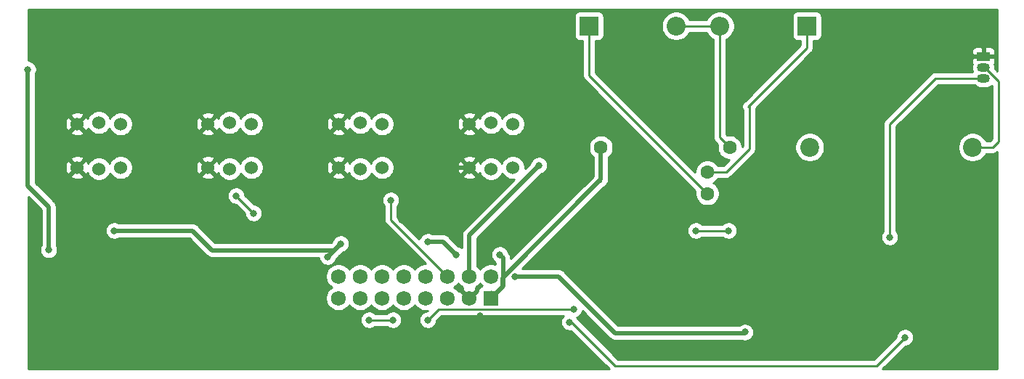
<source format=gbr>
G04 #@! TF.GenerationSoftware,KiCad,Pcbnew,(5.1.6-0-10_14)*
G04 #@! TF.CreationDate,2020-07-01T11:00:56-07:00*
G04 #@! TF.ProjectId,Pufferfish-Interface-1,50756666-6572-4666-9973-682d496e7465,v0.1*
G04 #@! TF.SameCoordinates,Original*
G04 #@! TF.FileFunction,Copper,L1,Top*
G04 #@! TF.FilePolarity,Positive*
%FSLAX46Y46*%
G04 Gerber Fmt 4.6, Leading zero omitted, Abs format (unit mm)*
G04 Created by KiCad (PCBNEW (5.1.6-0-10_14)) date 2020-07-01 11:00:56*
%MOMM*%
%LPD*%
G01*
G04 APERTURE LIST*
G04 #@! TA.AperFunction,ComponentPad*
%ADD10C,1.725000*%
G04 #@! TD*
G04 #@! TA.AperFunction,ComponentPad*
%ADD11R,1.725000X1.725000*%
G04 #@! TD*
G04 #@! TA.AperFunction,ComponentPad*
%ADD12C,1.524000*%
G04 #@! TD*
G04 #@! TA.AperFunction,ComponentPad*
%ADD13C,2.200000*%
G04 #@! TD*
G04 #@! TA.AperFunction,ComponentPad*
%ADD14C,1.600000*%
G04 #@! TD*
G04 #@! TA.AperFunction,ComponentPad*
%ADD15O,2.200000X2.200000*%
G04 #@! TD*
G04 #@! TA.AperFunction,ComponentPad*
%ADD16R,2.200000X2.200000*%
G04 #@! TD*
G04 #@! TA.AperFunction,ComponentPad*
%ADD17R,1.500000X1.050000*%
G04 #@! TD*
G04 #@! TA.AperFunction,ComponentPad*
%ADD18O,1.500000X1.050000*%
G04 #@! TD*
G04 #@! TA.AperFunction,ViaPad*
%ADD19C,0.800000*%
G04 #@! TD*
G04 #@! TA.AperFunction,Conductor*
%ADD20C,0.508000*%
G04 #@! TD*
G04 #@! TA.AperFunction,Conductor*
%ADD21C,0.250000*%
G04 #@! TD*
G04 #@! TA.AperFunction,Conductor*
%ADD22C,0.254000*%
G04 #@! TD*
G04 APERTURE END LIST*
D10*
X54610000Y-46990000D03*
X54610000Y-49530000D03*
X57150000Y-46990000D03*
X57150000Y-49530000D03*
X59690000Y-46990000D03*
X59690000Y-49530000D03*
X62230000Y-46990000D03*
X62230000Y-49530000D03*
X64770000Y-46990000D03*
X64770000Y-49530000D03*
X67310000Y-46990000D03*
X67310000Y-49530000D03*
X69850000Y-46990000D03*
X69850000Y-49530000D03*
X72390000Y-46990000D03*
D11*
X72390000Y-49530000D03*
D12*
X74930000Y-34290000D03*
X72390000Y-34450000D03*
X69850000Y-34290000D03*
X74930000Y-29210000D03*
X72390000Y-29050000D03*
X69850000Y-29210000D03*
X29210000Y-34290000D03*
X26670000Y-34450000D03*
X24130000Y-34290000D03*
X29210000Y-29210000D03*
X26670000Y-29050000D03*
X24130000Y-29210000D03*
X44450000Y-34290000D03*
X41910000Y-34450000D03*
X39370000Y-34290000D03*
X44450000Y-29210000D03*
X41910000Y-29050000D03*
X39370000Y-29210000D03*
X59690000Y-34290000D03*
X57150000Y-34450000D03*
X54610000Y-34290000D03*
X59690000Y-29210000D03*
X57150000Y-29050000D03*
X54610000Y-29210000D03*
D13*
X128551601Y-31921601D03*
X109551601Y-31921601D03*
D14*
X97610000Y-37321601D03*
X97610000Y-34821601D03*
X85210000Y-31921601D03*
X100210000Y-31921601D03*
D15*
X93980000Y-17780000D03*
D16*
X83820000Y-17780000D03*
D15*
X99060000Y-17780000D03*
D16*
X109220000Y-17780000D03*
D17*
X129794000Y-21336000D03*
D18*
X129794000Y-23876000D03*
X129794000Y-22606000D03*
D19*
X69342000Y-17526000D03*
X69596000Y-21082000D03*
X61976000Y-40386000D03*
X94488000Y-47452501D03*
X102108000Y-50546000D03*
X19668153Y-41037847D03*
X19050000Y-43434000D03*
X71120000Y-51562000D03*
X71628000Y-56134000D03*
X85090000Y-50038000D03*
X57150000Y-18288000D03*
X62230000Y-17272000D03*
X53340000Y-44704000D03*
X54864000Y-43180000D03*
X65024000Y-42926000D03*
X28448000Y-41656000D03*
X73406000Y-44450000D03*
X68326000Y-44450000D03*
X18392700Y-22860000D03*
X20828000Y-43905000D03*
X77978000Y-34036000D03*
X120650000Y-54102000D03*
X81534000Y-52324000D03*
X96266000Y-41656000D03*
X100076000Y-41656000D03*
X118872000Y-42418000D03*
X58166000Y-52070000D03*
X60960000Y-52070000D03*
X65024000Y-52070000D03*
X82042000Y-50800000D03*
X60706000Y-38100000D03*
X42672000Y-37592000D03*
X44704000Y-39624000D03*
X75184000Y-46990000D03*
X102001653Y-53487653D03*
D20*
X69596000Y-17780000D02*
X69342000Y-17526000D01*
X69596000Y-21082000D02*
X69596000Y-21082000D01*
X69596000Y-21082000D02*
X69596000Y-17780000D01*
X68072000Y-34290000D02*
X61976000Y-40386000D01*
X69850000Y-34290000D02*
X68072000Y-34290000D01*
X19668153Y-42815847D02*
X19050000Y-43434000D01*
X19668153Y-41037847D02*
X19668153Y-42815847D01*
X71120000Y-51562000D02*
X71628000Y-52070000D01*
X71628000Y-52070000D02*
X71628000Y-56134000D01*
X85852000Y-46990000D02*
X92456000Y-46990000D01*
X85090000Y-47752000D02*
X85852000Y-46990000D01*
X85090000Y-50038000D02*
X85090000Y-47752000D01*
X92456000Y-46990000D02*
X94488000Y-49022000D01*
X94488000Y-47452501D02*
X94488000Y-49022000D01*
X94488000Y-49022000D02*
X94488000Y-49784000D01*
X95250000Y-50546000D02*
X102108000Y-50546000D01*
X94488000Y-49784000D02*
X95250000Y-50546000D01*
D21*
X72390000Y-48747502D02*
X72390000Y-49530000D01*
D20*
X28448000Y-41656000D02*
X37592000Y-41656000D01*
X37592000Y-41656000D02*
X39878000Y-43942000D01*
X54102000Y-43942000D02*
X54864000Y-43180000D01*
X39878000Y-43942000D02*
X54102000Y-43942000D01*
X53340000Y-44704000D02*
X54102000Y-43942000D01*
X73805999Y-48114001D02*
X72390000Y-49530000D01*
X73805999Y-44849999D02*
X73805999Y-48114001D01*
X73406000Y-44450000D02*
X73805999Y-44849999D01*
X73706501Y-48213499D02*
X73706501Y-47183499D01*
X73706501Y-47183499D02*
X85210000Y-35680000D01*
X72390000Y-49530000D02*
X73706501Y-48213499D01*
D21*
X85210000Y-35680000D02*
X85210000Y-35927502D01*
D20*
X85210000Y-31921601D02*
X85210000Y-35680000D01*
X66802000Y-42926000D02*
X68326000Y-44450000D01*
X65024000Y-42926000D02*
X66802000Y-42926000D01*
X18392700Y-22860000D02*
X18392700Y-36426700D01*
X20828000Y-38862000D02*
X20828000Y-43905000D01*
X18392700Y-36426700D02*
X20828000Y-38862000D01*
X69850000Y-46990000D02*
X69850000Y-42164000D01*
X69850000Y-42164000D02*
X77978000Y-34036000D01*
D21*
X120650000Y-54102000D02*
X117348000Y-57404000D01*
X117348000Y-57404000D02*
X86868000Y-57404000D01*
X81788000Y-52324000D02*
X81534000Y-52324000D01*
X86868000Y-57404000D02*
X81788000Y-52324000D01*
X96266000Y-41656000D02*
X100076000Y-41656000D01*
X124206000Y-23876000D02*
X129794000Y-23876000D01*
X118872000Y-29210000D02*
X124206000Y-23876000D01*
X118872000Y-42418000D02*
X118872000Y-29210000D01*
X58166000Y-52070000D02*
X60960000Y-52070000D01*
X130892399Y-31921601D02*
X128551601Y-31921601D01*
X131572000Y-31242000D02*
X130892399Y-31921601D01*
X129951095Y-22606000D02*
X129794000Y-22606000D01*
X131572000Y-24226905D02*
X129951095Y-22606000D01*
X131572000Y-31242000D02*
X131572000Y-24226905D01*
X65024000Y-52070000D02*
X66040000Y-51054000D01*
X66294000Y-50800000D02*
X82042000Y-50800000D01*
X66040000Y-51054000D02*
X66294000Y-50800000D01*
X93980000Y-17780000D02*
X99060000Y-17780000D01*
X99060000Y-30771601D02*
X100210000Y-31921601D01*
X99060000Y-17780000D02*
X99060000Y-30771601D01*
X109220000Y-17780000D02*
X109220000Y-20320000D01*
X109220000Y-20320000D02*
X102489000Y-27051000D01*
X102489000Y-27051000D02*
X102489000Y-32131000D01*
X102489000Y-27051000D02*
X102362000Y-27178000D01*
X102489000Y-32131000D02*
X99822000Y-34798000D01*
X97633601Y-34798000D02*
X97610000Y-34821601D01*
X99822000Y-34798000D02*
X97633601Y-34798000D01*
X83820000Y-23531601D02*
X97610000Y-37321601D01*
X83820000Y-17780000D02*
X83820000Y-23531601D01*
X60706000Y-40386000D02*
X67310000Y-46990000D01*
X60706000Y-38100000D02*
X60706000Y-40386000D01*
X42672000Y-37592000D02*
X44704000Y-39624000D01*
D20*
X75184000Y-46990000D02*
X80264000Y-46990000D01*
X80264000Y-46990000D02*
X86868000Y-53594000D01*
D21*
X101895306Y-53594000D02*
X102001653Y-53487653D01*
D20*
X86868000Y-53594000D02*
X101895306Y-53594000D01*
D22*
G36*
X131432301Y-23012404D02*
G01*
X131170381Y-22750485D01*
X131184612Y-22606000D01*
X131162215Y-22378600D01*
X131098907Y-22169902D01*
X131133502Y-22105180D01*
X131169812Y-21985482D01*
X131182072Y-21861000D01*
X131179000Y-21621750D01*
X131020250Y-21463000D01*
X130247109Y-21463000D01*
X130246400Y-21462785D01*
X130075979Y-21446000D01*
X129512021Y-21446000D01*
X129341600Y-21462785D01*
X129340891Y-21463000D01*
X128567750Y-21463000D01*
X128409000Y-21621750D01*
X128405928Y-21861000D01*
X128418188Y-21985482D01*
X128454498Y-22105180D01*
X128489093Y-22169902D01*
X128425785Y-22378600D01*
X128403388Y-22606000D01*
X128425785Y-22833400D01*
X128492115Y-23052060D01*
X128526292Y-23116000D01*
X124243322Y-23116000D01*
X124205999Y-23112324D01*
X124168676Y-23116000D01*
X124168667Y-23116000D01*
X124057014Y-23126997D01*
X123941959Y-23161898D01*
X123913753Y-23170454D01*
X123781723Y-23241026D01*
X123698083Y-23309668D01*
X123665999Y-23335999D01*
X123642201Y-23364997D01*
X118360998Y-28646201D01*
X118332000Y-28669999D01*
X118308202Y-28698997D01*
X118308201Y-28698998D01*
X118237026Y-28785724D01*
X118166454Y-28917754D01*
X118122998Y-29061015D01*
X118108324Y-29210000D01*
X118112001Y-29247332D01*
X118112000Y-41714289D01*
X118068063Y-41758226D01*
X117954795Y-41927744D01*
X117876774Y-42116102D01*
X117837000Y-42316061D01*
X117837000Y-42519939D01*
X117876774Y-42719898D01*
X117954795Y-42908256D01*
X118068063Y-43077774D01*
X118212226Y-43221937D01*
X118381744Y-43335205D01*
X118570102Y-43413226D01*
X118770061Y-43453000D01*
X118973939Y-43453000D01*
X119173898Y-43413226D01*
X119362256Y-43335205D01*
X119531774Y-43221937D01*
X119675937Y-43077774D01*
X119789205Y-42908256D01*
X119867226Y-42719898D01*
X119907000Y-42519939D01*
X119907000Y-42316061D01*
X119867226Y-42116102D01*
X119789205Y-41927744D01*
X119675937Y-41758226D01*
X119632000Y-41714289D01*
X119632000Y-29524801D01*
X124520802Y-24636000D01*
X128692091Y-24636000D01*
X128744788Y-24700212D01*
X128921421Y-24845171D01*
X129122940Y-24952885D01*
X129341600Y-25019215D01*
X129512021Y-25036000D01*
X130075979Y-25036000D01*
X130246400Y-25019215D01*
X130465060Y-24952885D01*
X130666579Y-24845171D01*
X130812001Y-24725826D01*
X130812000Y-30927198D01*
X130577598Y-31161601D01*
X130114749Y-31161601D01*
X130089138Y-31099770D01*
X129899264Y-30815603D01*
X129657599Y-30573938D01*
X129373432Y-30384064D01*
X129057682Y-30253276D01*
X128722484Y-30186601D01*
X128380718Y-30186601D01*
X128045520Y-30253276D01*
X127729770Y-30384064D01*
X127445603Y-30573938D01*
X127203938Y-30815603D01*
X127014064Y-31099770D01*
X126883276Y-31415520D01*
X126816601Y-31750718D01*
X126816601Y-32092484D01*
X126883276Y-32427682D01*
X127014064Y-32743432D01*
X127203938Y-33027599D01*
X127445603Y-33269264D01*
X127729770Y-33459138D01*
X128045520Y-33589926D01*
X128380718Y-33656601D01*
X128722484Y-33656601D01*
X129057682Y-33589926D01*
X129373432Y-33459138D01*
X129657599Y-33269264D01*
X129899264Y-33027599D01*
X130089138Y-32743432D01*
X130114749Y-32681601D01*
X130855077Y-32681601D01*
X130892399Y-32685277D01*
X130929721Y-32681601D01*
X130929732Y-32681601D01*
X131041385Y-32670604D01*
X131184646Y-32627147D01*
X131316675Y-32556575D01*
X131432301Y-32461684D01*
X131432300Y-57772300D01*
X118054501Y-57772300D01*
X120689802Y-55137000D01*
X120751939Y-55137000D01*
X120951898Y-55097226D01*
X121140256Y-55019205D01*
X121309774Y-54905937D01*
X121453937Y-54761774D01*
X121567205Y-54592256D01*
X121645226Y-54403898D01*
X121685000Y-54203939D01*
X121685000Y-54000061D01*
X121645226Y-53800102D01*
X121567205Y-53611744D01*
X121453937Y-53442226D01*
X121309774Y-53298063D01*
X121140256Y-53184795D01*
X120951898Y-53106774D01*
X120751939Y-53067000D01*
X120548061Y-53067000D01*
X120348102Y-53106774D01*
X120159744Y-53184795D01*
X119990226Y-53298063D01*
X119846063Y-53442226D01*
X119732795Y-53611744D01*
X119654774Y-53800102D01*
X119615000Y-54000061D01*
X119615000Y-54062198D01*
X117033199Y-56644000D01*
X87182802Y-56644000D01*
X82506827Y-51968026D01*
X82451205Y-51833744D01*
X82407786Y-51768763D01*
X82532256Y-51717205D01*
X82701774Y-51603937D01*
X82845937Y-51459774D01*
X82959205Y-51290256D01*
X83037226Y-51101898D01*
X83050737Y-51033972D01*
X86208501Y-54191736D01*
X86236341Y-54225659D01*
X86371709Y-54336753D01*
X86526149Y-54419303D01*
X86592058Y-54439296D01*
X86693724Y-54470136D01*
X86726924Y-54473406D01*
X86824333Y-54483000D01*
X86824339Y-54483000D01*
X86867999Y-54487300D01*
X86911659Y-54483000D01*
X101700363Y-54483000D01*
X101899714Y-54522653D01*
X102103592Y-54522653D01*
X102303551Y-54482879D01*
X102491909Y-54404858D01*
X102661427Y-54291590D01*
X102805590Y-54147427D01*
X102918858Y-53977909D01*
X102996879Y-53789551D01*
X103036653Y-53589592D01*
X103036653Y-53385714D01*
X102996879Y-53185755D01*
X102918858Y-52997397D01*
X102805590Y-52827879D01*
X102661427Y-52683716D01*
X102491909Y-52570448D01*
X102303551Y-52492427D01*
X102103592Y-52452653D01*
X101899714Y-52452653D01*
X101699755Y-52492427D01*
X101511397Y-52570448D01*
X101341879Y-52683716D01*
X101320595Y-52705000D01*
X87236235Y-52705000D01*
X80923499Y-46392264D01*
X80895659Y-46358341D01*
X80760291Y-46247247D01*
X80605851Y-46164697D01*
X80438274Y-46113864D01*
X80307667Y-46101000D01*
X80307660Y-46101000D01*
X80264000Y-46096700D01*
X80220340Y-46101000D01*
X76046235Y-46101000D01*
X80593174Y-41554061D01*
X95231000Y-41554061D01*
X95231000Y-41757939D01*
X95270774Y-41957898D01*
X95348795Y-42146256D01*
X95462063Y-42315774D01*
X95606226Y-42459937D01*
X95775744Y-42573205D01*
X95964102Y-42651226D01*
X96164061Y-42691000D01*
X96367939Y-42691000D01*
X96567898Y-42651226D01*
X96756256Y-42573205D01*
X96925774Y-42459937D01*
X96969711Y-42416000D01*
X99372289Y-42416000D01*
X99416226Y-42459937D01*
X99585744Y-42573205D01*
X99774102Y-42651226D01*
X99974061Y-42691000D01*
X100177939Y-42691000D01*
X100377898Y-42651226D01*
X100566256Y-42573205D01*
X100735774Y-42459937D01*
X100879937Y-42315774D01*
X100993205Y-42146256D01*
X101071226Y-41957898D01*
X101111000Y-41757939D01*
X101111000Y-41554061D01*
X101071226Y-41354102D01*
X100993205Y-41165744D01*
X100879937Y-40996226D01*
X100735774Y-40852063D01*
X100566256Y-40738795D01*
X100377898Y-40660774D01*
X100177939Y-40621000D01*
X99974061Y-40621000D01*
X99774102Y-40660774D01*
X99585744Y-40738795D01*
X99416226Y-40852063D01*
X99372289Y-40896000D01*
X96969711Y-40896000D01*
X96925774Y-40852063D01*
X96756256Y-40738795D01*
X96567898Y-40660774D01*
X96367939Y-40621000D01*
X96164061Y-40621000D01*
X95964102Y-40660774D01*
X95775744Y-40738795D01*
X95606226Y-40852063D01*
X95462063Y-40996226D01*
X95348795Y-41165744D01*
X95270774Y-41354102D01*
X95231000Y-41554061D01*
X80593174Y-41554061D01*
X85527898Y-36619337D01*
X85634276Y-36562476D01*
X85750001Y-36467503D01*
X85844974Y-36351778D01*
X85912666Y-36225137D01*
X85952753Y-36176291D01*
X86035303Y-36021851D01*
X86076330Y-35886601D01*
X86086136Y-35854276D01*
X86092140Y-35793314D01*
X86099000Y-35723667D01*
X86099000Y-35723661D01*
X86103300Y-35680001D01*
X86099000Y-35636341D01*
X86099000Y-33053450D01*
X86124759Y-33036238D01*
X86324637Y-32836360D01*
X86481680Y-32601328D01*
X86589853Y-32340175D01*
X86645000Y-32062936D01*
X86645000Y-31780266D01*
X86589853Y-31503027D01*
X86481680Y-31241874D01*
X86324637Y-31006842D01*
X86124759Y-30806964D01*
X85889727Y-30649921D01*
X85628574Y-30541748D01*
X85351335Y-30486601D01*
X85068665Y-30486601D01*
X84791426Y-30541748D01*
X84530273Y-30649921D01*
X84295241Y-30806964D01*
X84095363Y-31006842D01*
X83938320Y-31241874D01*
X83830147Y-31503027D01*
X83775000Y-31780266D01*
X83775000Y-32062936D01*
X83830147Y-32340175D01*
X83938320Y-32601328D01*
X84095363Y-32836360D01*
X84295241Y-33036238D01*
X84321000Y-33053450D01*
X84321001Y-35311764D01*
X74694999Y-44937766D01*
X74694999Y-44893658D01*
X74699299Y-44849998D01*
X74694999Y-44806338D01*
X74694999Y-44806332D01*
X74682135Y-44675725D01*
X74631302Y-44508148D01*
X74548752Y-44353708D01*
X74437658Y-44218340D01*
X74410815Y-44196311D01*
X74401226Y-44148102D01*
X74323205Y-43959744D01*
X74209937Y-43790226D01*
X74065774Y-43646063D01*
X73896256Y-43532795D01*
X73707898Y-43454774D01*
X73507939Y-43415000D01*
X73304061Y-43415000D01*
X73104102Y-43454774D01*
X72915744Y-43532795D01*
X72746226Y-43646063D01*
X72602063Y-43790226D01*
X72488795Y-43959744D01*
X72410774Y-44148102D01*
X72371000Y-44348061D01*
X72371000Y-44551939D01*
X72410774Y-44751898D01*
X72488795Y-44940256D01*
X72602063Y-45109774D01*
X72746226Y-45253937D01*
X72915744Y-45367205D01*
X72916999Y-45367725D01*
X72916999Y-45587408D01*
X72826805Y-45550048D01*
X72537491Y-45492500D01*
X72242509Y-45492500D01*
X71953195Y-45550048D01*
X71680668Y-45662933D01*
X71435399Y-45826816D01*
X71226816Y-46035399D01*
X71120000Y-46195261D01*
X71013184Y-46035399D01*
X70804601Y-45826816D01*
X70739000Y-45782983D01*
X70739000Y-42532235D01*
X78230106Y-35041130D01*
X78279898Y-35031226D01*
X78468256Y-34953205D01*
X78637774Y-34839937D01*
X78781937Y-34695774D01*
X78895205Y-34526256D01*
X78973226Y-34337898D01*
X79013000Y-34137939D01*
X79013000Y-33934061D01*
X78973226Y-33734102D01*
X78895205Y-33545744D01*
X78781937Y-33376226D01*
X78637774Y-33232063D01*
X78468256Y-33118795D01*
X78279898Y-33040774D01*
X78079939Y-33001000D01*
X77876061Y-33001000D01*
X77676102Y-33040774D01*
X77487744Y-33118795D01*
X77318226Y-33232063D01*
X77174063Y-33376226D01*
X77060795Y-33545744D01*
X76982774Y-33734102D01*
X76972870Y-33783894D01*
X76326461Y-34430303D01*
X76327000Y-34427592D01*
X76327000Y-34152408D01*
X76273314Y-33882510D01*
X76168005Y-33628273D01*
X76015120Y-33399465D01*
X75820535Y-33204880D01*
X75591727Y-33051995D01*
X75337490Y-32946686D01*
X75067592Y-32893000D01*
X74792408Y-32893000D01*
X74522510Y-32946686D01*
X74268273Y-33051995D01*
X74039465Y-33204880D01*
X73844880Y-33399465D01*
X73691995Y-33628273D01*
X73626595Y-33786162D01*
X73475120Y-33559465D01*
X73280535Y-33364880D01*
X73051727Y-33211995D01*
X72797490Y-33106686D01*
X72527592Y-33053000D01*
X72252408Y-33053000D01*
X71982510Y-33106686D01*
X71728273Y-33211995D01*
X71499465Y-33364880D01*
X71304880Y-33559465D01*
X71153386Y-33786191D01*
X71117636Y-33686977D01*
X71055656Y-33571020D01*
X70815565Y-33504040D01*
X70029605Y-34290000D01*
X70815565Y-35075960D01*
X71055656Y-35008980D01*
X71084249Y-34948174D01*
X71151995Y-35111727D01*
X71304880Y-35340535D01*
X71499465Y-35535120D01*
X71728273Y-35688005D01*
X71982510Y-35793314D01*
X72252408Y-35847000D01*
X72527592Y-35847000D01*
X72797490Y-35793314D01*
X73051727Y-35688005D01*
X73280535Y-35535120D01*
X73475120Y-35340535D01*
X73628005Y-35111727D01*
X73693405Y-34953838D01*
X73844880Y-35180535D01*
X74039465Y-35375120D01*
X74268273Y-35528005D01*
X74522510Y-35633314D01*
X74792408Y-35687000D01*
X75067592Y-35687000D01*
X75070304Y-35686461D01*
X69252259Y-41504506D01*
X69218342Y-41532341D01*
X69190507Y-41566258D01*
X69190505Y-41566260D01*
X69107248Y-41667709D01*
X69024698Y-41822148D01*
X68973864Y-41989726D01*
X68956700Y-42164000D01*
X68961001Y-42207670D01*
X68961001Y-43629510D01*
X68816256Y-43532795D01*
X68627898Y-43454774D01*
X68578105Y-43444870D01*
X67461499Y-42328264D01*
X67433659Y-42294341D01*
X67298291Y-42183247D01*
X67143851Y-42100697D01*
X66976274Y-42049864D01*
X66845667Y-42037000D01*
X66845660Y-42037000D01*
X66802000Y-42032700D01*
X66758340Y-42037000D01*
X65556468Y-42037000D01*
X65514256Y-42008795D01*
X65325898Y-41930774D01*
X65125939Y-41891000D01*
X64922061Y-41891000D01*
X64722102Y-41930774D01*
X64533744Y-42008795D01*
X64364226Y-42122063D01*
X64220063Y-42266226D01*
X64106795Y-42435744D01*
X64028774Y-42624102D01*
X64027136Y-42632335D01*
X61466000Y-40071199D01*
X61466000Y-38803711D01*
X61509937Y-38759774D01*
X61623205Y-38590256D01*
X61701226Y-38401898D01*
X61741000Y-38201939D01*
X61741000Y-37998061D01*
X61701226Y-37798102D01*
X61623205Y-37609744D01*
X61509937Y-37440226D01*
X61365774Y-37296063D01*
X61196256Y-37182795D01*
X61007898Y-37104774D01*
X60807939Y-37065000D01*
X60604061Y-37065000D01*
X60404102Y-37104774D01*
X60215744Y-37182795D01*
X60046226Y-37296063D01*
X59902063Y-37440226D01*
X59788795Y-37609744D01*
X59710774Y-37798102D01*
X59671000Y-37998061D01*
X59671000Y-38201939D01*
X59710774Y-38401898D01*
X59788795Y-38590256D01*
X59902063Y-38759774D01*
X59946000Y-38803711D01*
X59946001Y-40348668D01*
X59942324Y-40386000D01*
X59946001Y-40423333D01*
X59956998Y-40534986D01*
X59970180Y-40578442D01*
X60000454Y-40678246D01*
X60071026Y-40810276D01*
X60141379Y-40896000D01*
X60166000Y-40926001D01*
X60194998Y-40949799D01*
X64737698Y-45492500D01*
X64622509Y-45492500D01*
X64333195Y-45550048D01*
X64060668Y-45662933D01*
X63815399Y-45826816D01*
X63606816Y-46035399D01*
X63500000Y-46195261D01*
X63393184Y-46035399D01*
X63184601Y-45826816D01*
X62939332Y-45662933D01*
X62666805Y-45550048D01*
X62377491Y-45492500D01*
X62082509Y-45492500D01*
X61793195Y-45550048D01*
X61520668Y-45662933D01*
X61275399Y-45826816D01*
X61066816Y-46035399D01*
X60960000Y-46195261D01*
X60853184Y-46035399D01*
X60644601Y-45826816D01*
X60399332Y-45662933D01*
X60126805Y-45550048D01*
X59837491Y-45492500D01*
X59542509Y-45492500D01*
X59253195Y-45550048D01*
X58980668Y-45662933D01*
X58735399Y-45826816D01*
X58526816Y-46035399D01*
X58420000Y-46195261D01*
X58313184Y-46035399D01*
X58104601Y-45826816D01*
X57859332Y-45662933D01*
X57586805Y-45550048D01*
X57297491Y-45492500D01*
X57002509Y-45492500D01*
X56713195Y-45550048D01*
X56440668Y-45662933D01*
X56195399Y-45826816D01*
X55986816Y-46035399D01*
X55880000Y-46195261D01*
X55773184Y-46035399D01*
X55564601Y-45826816D01*
X55319332Y-45662933D01*
X55046805Y-45550048D01*
X54757491Y-45492500D01*
X54462509Y-45492500D01*
X54173195Y-45550048D01*
X53900668Y-45662933D01*
X53655399Y-45826816D01*
X53446816Y-46035399D01*
X53282933Y-46280668D01*
X53170048Y-46553195D01*
X53112500Y-46842509D01*
X53112500Y-47137491D01*
X53170048Y-47426805D01*
X53282933Y-47699332D01*
X53446816Y-47944601D01*
X53655399Y-48153184D01*
X53815261Y-48260000D01*
X53655399Y-48366816D01*
X53446816Y-48575399D01*
X53282933Y-48820668D01*
X53170048Y-49093195D01*
X53112500Y-49382509D01*
X53112500Y-49677491D01*
X53170048Y-49966805D01*
X53282933Y-50239332D01*
X53446816Y-50484601D01*
X53655399Y-50693184D01*
X53900668Y-50857067D01*
X54173195Y-50969952D01*
X54462509Y-51027500D01*
X54757491Y-51027500D01*
X55046805Y-50969952D01*
X55319332Y-50857067D01*
X55564601Y-50693184D01*
X55773184Y-50484601D01*
X55880000Y-50324739D01*
X55986816Y-50484601D01*
X56195399Y-50693184D01*
X56440668Y-50857067D01*
X56713195Y-50969952D01*
X57002509Y-51027500D01*
X57297491Y-51027500D01*
X57586805Y-50969952D01*
X57859332Y-50857067D01*
X58104601Y-50693184D01*
X58313184Y-50484601D01*
X58420000Y-50324739D01*
X58526816Y-50484601D01*
X58735399Y-50693184D01*
X58980668Y-50857067D01*
X59253195Y-50969952D01*
X59542509Y-51027500D01*
X59837491Y-51027500D01*
X60126805Y-50969952D01*
X60399332Y-50857067D01*
X60644601Y-50693184D01*
X60853184Y-50484601D01*
X60960000Y-50324739D01*
X61066816Y-50484601D01*
X61275399Y-50693184D01*
X61520668Y-50857067D01*
X61793195Y-50969952D01*
X62082509Y-51027500D01*
X62377491Y-51027500D01*
X62666805Y-50969952D01*
X62939332Y-50857067D01*
X63184601Y-50693184D01*
X63393184Y-50484601D01*
X63500000Y-50324739D01*
X63606816Y-50484601D01*
X63815399Y-50693184D01*
X64060668Y-50857067D01*
X64333195Y-50969952D01*
X64622509Y-51027500D01*
X64917491Y-51027500D01*
X65010124Y-51009074D01*
X64984199Y-51035000D01*
X64922061Y-51035000D01*
X64722102Y-51074774D01*
X64533744Y-51152795D01*
X64364226Y-51266063D01*
X64220063Y-51410226D01*
X64106795Y-51579744D01*
X64028774Y-51768102D01*
X63989000Y-51968061D01*
X63989000Y-52171939D01*
X64028774Y-52371898D01*
X64106795Y-52560256D01*
X64220063Y-52729774D01*
X64364226Y-52873937D01*
X64533744Y-52987205D01*
X64722102Y-53065226D01*
X64922061Y-53105000D01*
X65125939Y-53105000D01*
X65325898Y-53065226D01*
X65514256Y-52987205D01*
X65683774Y-52873937D01*
X65827937Y-52729774D01*
X65941205Y-52560256D01*
X66019226Y-52371898D01*
X66059000Y-52171939D01*
X66059000Y-52109801D01*
X66603799Y-51565003D01*
X66603804Y-51564997D01*
X66608801Y-51560000D01*
X80834289Y-51560000D01*
X80730063Y-51664226D01*
X80616795Y-51833744D01*
X80538774Y-52022102D01*
X80499000Y-52222061D01*
X80499000Y-52425939D01*
X80538774Y-52625898D01*
X80616795Y-52814256D01*
X80730063Y-52983774D01*
X80874226Y-53127937D01*
X81043744Y-53241205D01*
X81232102Y-53319226D01*
X81432061Y-53359000D01*
X81635939Y-53359000D01*
X81729574Y-53340375D01*
X86161498Y-57772300D01*
X18427700Y-57772300D01*
X18427700Y-51968061D01*
X57131000Y-51968061D01*
X57131000Y-52171939D01*
X57170774Y-52371898D01*
X57248795Y-52560256D01*
X57362063Y-52729774D01*
X57506226Y-52873937D01*
X57675744Y-52987205D01*
X57864102Y-53065226D01*
X58064061Y-53105000D01*
X58267939Y-53105000D01*
X58467898Y-53065226D01*
X58656256Y-52987205D01*
X58825774Y-52873937D01*
X58869711Y-52830000D01*
X60256289Y-52830000D01*
X60300226Y-52873937D01*
X60469744Y-52987205D01*
X60658102Y-53065226D01*
X60858061Y-53105000D01*
X61061939Y-53105000D01*
X61261898Y-53065226D01*
X61450256Y-52987205D01*
X61619774Y-52873937D01*
X61763937Y-52729774D01*
X61877205Y-52560256D01*
X61955226Y-52371898D01*
X61995000Y-52171939D01*
X61995000Y-51968061D01*
X61955226Y-51768102D01*
X61877205Y-51579744D01*
X61763937Y-51410226D01*
X61619774Y-51266063D01*
X61450256Y-51152795D01*
X61261898Y-51074774D01*
X61061939Y-51035000D01*
X60858061Y-51035000D01*
X60658102Y-51074774D01*
X60469744Y-51152795D01*
X60300226Y-51266063D01*
X60256289Y-51310000D01*
X58869711Y-51310000D01*
X58825774Y-51266063D01*
X58656256Y-51152795D01*
X58467898Y-51074774D01*
X58267939Y-51035000D01*
X58064061Y-51035000D01*
X57864102Y-51074774D01*
X57675744Y-51152795D01*
X57506226Y-51266063D01*
X57362063Y-51410226D01*
X57248795Y-51579744D01*
X57170774Y-51768102D01*
X57131000Y-51968061D01*
X18427700Y-51968061D01*
X18427700Y-37718935D01*
X19939000Y-39230235D01*
X19939001Y-43372531D01*
X19910795Y-43414744D01*
X19832774Y-43603102D01*
X19793000Y-43803061D01*
X19793000Y-44006939D01*
X19832774Y-44206898D01*
X19910795Y-44395256D01*
X20024063Y-44564774D01*
X20168226Y-44708937D01*
X20337744Y-44822205D01*
X20526102Y-44900226D01*
X20726061Y-44940000D01*
X20929939Y-44940000D01*
X21129898Y-44900226D01*
X21318256Y-44822205D01*
X21487774Y-44708937D01*
X21631937Y-44564774D01*
X21745205Y-44395256D01*
X21823226Y-44206898D01*
X21863000Y-44006939D01*
X21863000Y-43803061D01*
X21823226Y-43603102D01*
X21745205Y-43414744D01*
X21717000Y-43372532D01*
X21717000Y-41554061D01*
X27413000Y-41554061D01*
X27413000Y-41757939D01*
X27452774Y-41957898D01*
X27530795Y-42146256D01*
X27644063Y-42315774D01*
X27788226Y-42459937D01*
X27957744Y-42573205D01*
X28146102Y-42651226D01*
X28346061Y-42691000D01*
X28549939Y-42691000D01*
X28749898Y-42651226D01*
X28938256Y-42573205D01*
X28980468Y-42545000D01*
X37223765Y-42545000D01*
X39218505Y-44539741D01*
X39246341Y-44573659D01*
X39381709Y-44684753D01*
X39536149Y-44767303D01*
X39602058Y-44787296D01*
X39703724Y-44818136D01*
X39736924Y-44821406D01*
X39834333Y-44831000D01*
X39834339Y-44831000D01*
X39877999Y-44835300D01*
X39921659Y-44831000D01*
X52309985Y-44831000D01*
X52344774Y-45005898D01*
X52422795Y-45194256D01*
X52536063Y-45363774D01*
X52680226Y-45507937D01*
X52849744Y-45621205D01*
X53038102Y-45699226D01*
X53238061Y-45739000D01*
X53441939Y-45739000D01*
X53641898Y-45699226D01*
X53830256Y-45621205D01*
X53999774Y-45507937D01*
X54143937Y-45363774D01*
X54257205Y-45194256D01*
X54335226Y-45005898D01*
X54345130Y-44956105D01*
X54699741Y-44601495D01*
X54733659Y-44573659D01*
X54761499Y-44539737D01*
X55116105Y-44185130D01*
X55165898Y-44175226D01*
X55354256Y-44097205D01*
X55523774Y-43983937D01*
X55667937Y-43839774D01*
X55781205Y-43670256D01*
X55859226Y-43481898D01*
X55899000Y-43281939D01*
X55899000Y-43078061D01*
X55859226Y-42878102D01*
X55781205Y-42689744D01*
X55667937Y-42520226D01*
X55523774Y-42376063D01*
X55354256Y-42262795D01*
X55165898Y-42184774D01*
X54965939Y-42145000D01*
X54762061Y-42145000D01*
X54562102Y-42184774D01*
X54373744Y-42262795D01*
X54204226Y-42376063D01*
X54060063Y-42520226D01*
X53946795Y-42689744D01*
X53868774Y-42878102D01*
X53858870Y-42927895D01*
X53733765Y-43053000D01*
X40246236Y-43053000D01*
X38251499Y-41058264D01*
X38223659Y-41024341D01*
X38088291Y-40913247D01*
X37933851Y-40830697D01*
X37766274Y-40779864D01*
X37635667Y-40767000D01*
X37635660Y-40767000D01*
X37592000Y-40762700D01*
X37548340Y-40767000D01*
X28980468Y-40767000D01*
X28938256Y-40738795D01*
X28749898Y-40660774D01*
X28549939Y-40621000D01*
X28346061Y-40621000D01*
X28146102Y-40660774D01*
X27957744Y-40738795D01*
X27788226Y-40852063D01*
X27644063Y-40996226D01*
X27530795Y-41165744D01*
X27452774Y-41354102D01*
X27413000Y-41554061D01*
X21717000Y-41554061D01*
X21717000Y-38905659D01*
X21721300Y-38861999D01*
X21717000Y-38818334D01*
X21717000Y-38818333D01*
X21704136Y-38687726D01*
X21704136Y-38687724D01*
X21653302Y-38520147D01*
X21647453Y-38509205D01*
X21570753Y-38365709D01*
X21459659Y-38230341D01*
X21425737Y-38202502D01*
X20713296Y-37490061D01*
X41637000Y-37490061D01*
X41637000Y-37693939D01*
X41676774Y-37893898D01*
X41754795Y-38082256D01*
X41868063Y-38251774D01*
X42012226Y-38395937D01*
X42181744Y-38509205D01*
X42370102Y-38587226D01*
X42570061Y-38627000D01*
X42632199Y-38627000D01*
X43669000Y-39663802D01*
X43669000Y-39725939D01*
X43708774Y-39925898D01*
X43786795Y-40114256D01*
X43900063Y-40283774D01*
X44044226Y-40427937D01*
X44213744Y-40541205D01*
X44402102Y-40619226D01*
X44602061Y-40659000D01*
X44805939Y-40659000D01*
X45005898Y-40619226D01*
X45194256Y-40541205D01*
X45363774Y-40427937D01*
X45507937Y-40283774D01*
X45621205Y-40114256D01*
X45699226Y-39925898D01*
X45739000Y-39725939D01*
X45739000Y-39522061D01*
X45699226Y-39322102D01*
X45621205Y-39133744D01*
X45507937Y-38964226D01*
X45363774Y-38820063D01*
X45194256Y-38706795D01*
X45005898Y-38628774D01*
X44805939Y-38589000D01*
X44743802Y-38589000D01*
X43707000Y-37552199D01*
X43707000Y-37490061D01*
X43667226Y-37290102D01*
X43589205Y-37101744D01*
X43475937Y-36932226D01*
X43331774Y-36788063D01*
X43162256Y-36674795D01*
X42973898Y-36596774D01*
X42773939Y-36557000D01*
X42570061Y-36557000D01*
X42370102Y-36596774D01*
X42181744Y-36674795D01*
X42012226Y-36788063D01*
X41868063Y-36932226D01*
X41754795Y-37101744D01*
X41676774Y-37290102D01*
X41637000Y-37490061D01*
X20713296Y-37490061D01*
X19281700Y-36058465D01*
X19281700Y-35255565D01*
X23344040Y-35255565D01*
X23411020Y-35495656D01*
X23660048Y-35612756D01*
X23927135Y-35679023D01*
X24202017Y-35691910D01*
X24474133Y-35650922D01*
X24733023Y-35557636D01*
X24848980Y-35495656D01*
X24915960Y-35255565D01*
X24130000Y-34469605D01*
X23344040Y-35255565D01*
X19281700Y-35255565D01*
X19281700Y-34362017D01*
X22728090Y-34362017D01*
X22769078Y-34634133D01*
X22862364Y-34893023D01*
X22924344Y-35008980D01*
X23164435Y-35075960D01*
X23950395Y-34290000D01*
X24309605Y-34290000D01*
X25095565Y-35075960D01*
X25335656Y-35008980D01*
X25364249Y-34948174D01*
X25431995Y-35111727D01*
X25584880Y-35340535D01*
X25779465Y-35535120D01*
X26008273Y-35688005D01*
X26262510Y-35793314D01*
X26532408Y-35847000D01*
X26807592Y-35847000D01*
X27077490Y-35793314D01*
X27331727Y-35688005D01*
X27560535Y-35535120D01*
X27755120Y-35340535D01*
X27908005Y-35111727D01*
X27973405Y-34953838D01*
X28124880Y-35180535D01*
X28319465Y-35375120D01*
X28548273Y-35528005D01*
X28802510Y-35633314D01*
X29072408Y-35687000D01*
X29347592Y-35687000D01*
X29617490Y-35633314D01*
X29871727Y-35528005D01*
X30100535Y-35375120D01*
X30220090Y-35255565D01*
X38584040Y-35255565D01*
X38651020Y-35495656D01*
X38900048Y-35612756D01*
X39167135Y-35679023D01*
X39442017Y-35691910D01*
X39714133Y-35650922D01*
X39973023Y-35557636D01*
X40088980Y-35495656D01*
X40155960Y-35255565D01*
X39370000Y-34469605D01*
X38584040Y-35255565D01*
X30220090Y-35255565D01*
X30295120Y-35180535D01*
X30448005Y-34951727D01*
X30553314Y-34697490D01*
X30607000Y-34427592D01*
X30607000Y-34362017D01*
X37968090Y-34362017D01*
X38009078Y-34634133D01*
X38102364Y-34893023D01*
X38164344Y-35008980D01*
X38404435Y-35075960D01*
X39190395Y-34290000D01*
X39549605Y-34290000D01*
X40335565Y-35075960D01*
X40575656Y-35008980D01*
X40604249Y-34948174D01*
X40671995Y-35111727D01*
X40824880Y-35340535D01*
X41019465Y-35535120D01*
X41248273Y-35688005D01*
X41502510Y-35793314D01*
X41772408Y-35847000D01*
X42047592Y-35847000D01*
X42317490Y-35793314D01*
X42571727Y-35688005D01*
X42800535Y-35535120D01*
X42995120Y-35340535D01*
X43148005Y-35111727D01*
X43213405Y-34953838D01*
X43364880Y-35180535D01*
X43559465Y-35375120D01*
X43788273Y-35528005D01*
X44042510Y-35633314D01*
X44312408Y-35687000D01*
X44587592Y-35687000D01*
X44857490Y-35633314D01*
X45111727Y-35528005D01*
X45340535Y-35375120D01*
X45460090Y-35255565D01*
X53824040Y-35255565D01*
X53891020Y-35495656D01*
X54140048Y-35612756D01*
X54407135Y-35679023D01*
X54682017Y-35691910D01*
X54954133Y-35650922D01*
X55213023Y-35557636D01*
X55328980Y-35495656D01*
X55395960Y-35255565D01*
X54610000Y-34469605D01*
X53824040Y-35255565D01*
X45460090Y-35255565D01*
X45535120Y-35180535D01*
X45688005Y-34951727D01*
X45793314Y-34697490D01*
X45847000Y-34427592D01*
X45847000Y-34362017D01*
X53208090Y-34362017D01*
X53249078Y-34634133D01*
X53342364Y-34893023D01*
X53404344Y-35008980D01*
X53644435Y-35075960D01*
X54430395Y-34290000D01*
X54789605Y-34290000D01*
X55575565Y-35075960D01*
X55815656Y-35008980D01*
X55844249Y-34948174D01*
X55911995Y-35111727D01*
X56064880Y-35340535D01*
X56259465Y-35535120D01*
X56488273Y-35688005D01*
X56742510Y-35793314D01*
X57012408Y-35847000D01*
X57287592Y-35847000D01*
X57557490Y-35793314D01*
X57811727Y-35688005D01*
X58040535Y-35535120D01*
X58235120Y-35340535D01*
X58388005Y-35111727D01*
X58453405Y-34953838D01*
X58604880Y-35180535D01*
X58799465Y-35375120D01*
X59028273Y-35528005D01*
X59282510Y-35633314D01*
X59552408Y-35687000D01*
X59827592Y-35687000D01*
X60097490Y-35633314D01*
X60351727Y-35528005D01*
X60580535Y-35375120D01*
X60700090Y-35255565D01*
X69064040Y-35255565D01*
X69131020Y-35495656D01*
X69380048Y-35612756D01*
X69647135Y-35679023D01*
X69922017Y-35691910D01*
X70194133Y-35650922D01*
X70453023Y-35557636D01*
X70568980Y-35495656D01*
X70635960Y-35255565D01*
X69850000Y-34469605D01*
X69064040Y-35255565D01*
X60700090Y-35255565D01*
X60775120Y-35180535D01*
X60928005Y-34951727D01*
X61033314Y-34697490D01*
X61087000Y-34427592D01*
X61087000Y-34362017D01*
X68448090Y-34362017D01*
X68489078Y-34634133D01*
X68582364Y-34893023D01*
X68644344Y-35008980D01*
X68884435Y-35075960D01*
X69670395Y-34290000D01*
X68884435Y-33504040D01*
X68644344Y-33571020D01*
X68527244Y-33820048D01*
X68460977Y-34087135D01*
X68448090Y-34362017D01*
X61087000Y-34362017D01*
X61087000Y-34152408D01*
X61033314Y-33882510D01*
X60928005Y-33628273D01*
X60775120Y-33399465D01*
X60700090Y-33324435D01*
X69064040Y-33324435D01*
X69850000Y-34110395D01*
X70635960Y-33324435D01*
X70568980Y-33084344D01*
X70319952Y-32967244D01*
X70052865Y-32900977D01*
X69777983Y-32888090D01*
X69505867Y-32929078D01*
X69246977Y-33022364D01*
X69131020Y-33084344D01*
X69064040Y-33324435D01*
X60700090Y-33324435D01*
X60580535Y-33204880D01*
X60351727Y-33051995D01*
X60097490Y-32946686D01*
X59827592Y-32893000D01*
X59552408Y-32893000D01*
X59282510Y-32946686D01*
X59028273Y-33051995D01*
X58799465Y-33204880D01*
X58604880Y-33399465D01*
X58451995Y-33628273D01*
X58386595Y-33786162D01*
X58235120Y-33559465D01*
X58040535Y-33364880D01*
X57811727Y-33211995D01*
X57557490Y-33106686D01*
X57287592Y-33053000D01*
X57012408Y-33053000D01*
X56742510Y-33106686D01*
X56488273Y-33211995D01*
X56259465Y-33364880D01*
X56064880Y-33559465D01*
X55913386Y-33786191D01*
X55877636Y-33686977D01*
X55815656Y-33571020D01*
X55575565Y-33504040D01*
X54789605Y-34290000D01*
X54430395Y-34290000D01*
X53644435Y-33504040D01*
X53404344Y-33571020D01*
X53287244Y-33820048D01*
X53220977Y-34087135D01*
X53208090Y-34362017D01*
X45847000Y-34362017D01*
X45847000Y-34152408D01*
X45793314Y-33882510D01*
X45688005Y-33628273D01*
X45535120Y-33399465D01*
X45460090Y-33324435D01*
X53824040Y-33324435D01*
X54610000Y-34110395D01*
X55395960Y-33324435D01*
X55328980Y-33084344D01*
X55079952Y-32967244D01*
X54812865Y-32900977D01*
X54537983Y-32888090D01*
X54265867Y-32929078D01*
X54006977Y-33022364D01*
X53891020Y-33084344D01*
X53824040Y-33324435D01*
X45460090Y-33324435D01*
X45340535Y-33204880D01*
X45111727Y-33051995D01*
X44857490Y-32946686D01*
X44587592Y-32893000D01*
X44312408Y-32893000D01*
X44042510Y-32946686D01*
X43788273Y-33051995D01*
X43559465Y-33204880D01*
X43364880Y-33399465D01*
X43211995Y-33628273D01*
X43146595Y-33786162D01*
X42995120Y-33559465D01*
X42800535Y-33364880D01*
X42571727Y-33211995D01*
X42317490Y-33106686D01*
X42047592Y-33053000D01*
X41772408Y-33053000D01*
X41502510Y-33106686D01*
X41248273Y-33211995D01*
X41019465Y-33364880D01*
X40824880Y-33559465D01*
X40673386Y-33786191D01*
X40637636Y-33686977D01*
X40575656Y-33571020D01*
X40335565Y-33504040D01*
X39549605Y-34290000D01*
X39190395Y-34290000D01*
X38404435Y-33504040D01*
X38164344Y-33571020D01*
X38047244Y-33820048D01*
X37980977Y-34087135D01*
X37968090Y-34362017D01*
X30607000Y-34362017D01*
X30607000Y-34152408D01*
X30553314Y-33882510D01*
X30448005Y-33628273D01*
X30295120Y-33399465D01*
X30220090Y-33324435D01*
X38584040Y-33324435D01*
X39370000Y-34110395D01*
X40155960Y-33324435D01*
X40088980Y-33084344D01*
X39839952Y-32967244D01*
X39572865Y-32900977D01*
X39297983Y-32888090D01*
X39025867Y-32929078D01*
X38766977Y-33022364D01*
X38651020Y-33084344D01*
X38584040Y-33324435D01*
X30220090Y-33324435D01*
X30100535Y-33204880D01*
X29871727Y-33051995D01*
X29617490Y-32946686D01*
X29347592Y-32893000D01*
X29072408Y-32893000D01*
X28802510Y-32946686D01*
X28548273Y-33051995D01*
X28319465Y-33204880D01*
X28124880Y-33399465D01*
X27971995Y-33628273D01*
X27906595Y-33786162D01*
X27755120Y-33559465D01*
X27560535Y-33364880D01*
X27331727Y-33211995D01*
X27077490Y-33106686D01*
X26807592Y-33053000D01*
X26532408Y-33053000D01*
X26262510Y-33106686D01*
X26008273Y-33211995D01*
X25779465Y-33364880D01*
X25584880Y-33559465D01*
X25433386Y-33786191D01*
X25397636Y-33686977D01*
X25335656Y-33571020D01*
X25095565Y-33504040D01*
X24309605Y-34290000D01*
X23950395Y-34290000D01*
X23164435Y-33504040D01*
X22924344Y-33571020D01*
X22807244Y-33820048D01*
X22740977Y-34087135D01*
X22728090Y-34362017D01*
X19281700Y-34362017D01*
X19281700Y-33324435D01*
X23344040Y-33324435D01*
X24130000Y-34110395D01*
X24915960Y-33324435D01*
X24848980Y-33084344D01*
X24599952Y-32967244D01*
X24332865Y-32900977D01*
X24057983Y-32888090D01*
X23785867Y-32929078D01*
X23526977Y-33022364D01*
X23411020Y-33084344D01*
X23344040Y-33324435D01*
X19281700Y-33324435D01*
X19281700Y-30175565D01*
X23344040Y-30175565D01*
X23411020Y-30415656D01*
X23660048Y-30532756D01*
X23927135Y-30599023D01*
X24202017Y-30611910D01*
X24474133Y-30570922D01*
X24733023Y-30477636D01*
X24848980Y-30415656D01*
X24915960Y-30175565D01*
X24130000Y-29389605D01*
X23344040Y-30175565D01*
X19281700Y-30175565D01*
X19281700Y-29282017D01*
X22728090Y-29282017D01*
X22769078Y-29554133D01*
X22862364Y-29813023D01*
X22924344Y-29928980D01*
X23164435Y-29995960D01*
X23950395Y-29210000D01*
X24309605Y-29210000D01*
X25095565Y-29995960D01*
X25335656Y-29928980D01*
X25435411Y-29716839D01*
X25584880Y-29940535D01*
X25779465Y-30135120D01*
X26008273Y-30288005D01*
X26262510Y-30393314D01*
X26532408Y-30447000D01*
X26807592Y-30447000D01*
X27077490Y-30393314D01*
X27331727Y-30288005D01*
X27560535Y-30135120D01*
X27755120Y-29940535D01*
X27906595Y-29713838D01*
X27971995Y-29871727D01*
X28124880Y-30100535D01*
X28319465Y-30295120D01*
X28548273Y-30448005D01*
X28802510Y-30553314D01*
X29072408Y-30607000D01*
X29347592Y-30607000D01*
X29617490Y-30553314D01*
X29871727Y-30448005D01*
X30100535Y-30295120D01*
X30220090Y-30175565D01*
X38584040Y-30175565D01*
X38651020Y-30415656D01*
X38900048Y-30532756D01*
X39167135Y-30599023D01*
X39442017Y-30611910D01*
X39714133Y-30570922D01*
X39973023Y-30477636D01*
X40088980Y-30415656D01*
X40155960Y-30175565D01*
X39370000Y-29389605D01*
X38584040Y-30175565D01*
X30220090Y-30175565D01*
X30295120Y-30100535D01*
X30448005Y-29871727D01*
X30553314Y-29617490D01*
X30607000Y-29347592D01*
X30607000Y-29282017D01*
X37968090Y-29282017D01*
X38009078Y-29554133D01*
X38102364Y-29813023D01*
X38164344Y-29928980D01*
X38404435Y-29995960D01*
X39190395Y-29210000D01*
X39549605Y-29210000D01*
X40335565Y-29995960D01*
X40575656Y-29928980D01*
X40675411Y-29716839D01*
X40824880Y-29940535D01*
X41019465Y-30135120D01*
X41248273Y-30288005D01*
X41502510Y-30393314D01*
X41772408Y-30447000D01*
X42047592Y-30447000D01*
X42317490Y-30393314D01*
X42571727Y-30288005D01*
X42800535Y-30135120D01*
X42995120Y-29940535D01*
X43146595Y-29713838D01*
X43211995Y-29871727D01*
X43364880Y-30100535D01*
X43559465Y-30295120D01*
X43788273Y-30448005D01*
X44042510Y-30553314D01*
X44312408Y-30607000D01*
X44587592Y-30607000D01*
X44857490Y-30553314D01*
X45111727Y-30448005D01*
X45340535Y-30295120D01*
X45460090Y-30175565D01*
X53824040Y-30175565D01*
X53891020Y-30415656D01*
X54140048Y-30532756D01*
X54407135Y-30599023D01*
X54682017Y-30611910D01*
X54954133Y-30570922D01*
X55213023Y-30477636D01*
X55328980Y-30415656D01*
X55395960Y-30175565D01*
X54610000Y-29389605D01*
X53824040Y-30175565D01*
X45460090Y-30175565D01*
X45535120Y-30100535D01*
X45688005Y-29871727D01*
X45793314Y-29617490D01*
X45847000Y-29347592D01*
X45847000Y-29282017D01*
X53208090Y-29282017D01*
X53249078Y-29554133D01*
X53342364Y-29813023D01*
X53404344Y-29928980D01*
X53644435Y-29995960D01*
X54430395Y-29210000D01*
X54789605Y-29210000D01*
X55575565Y-29995960D01*
X55815656Y-29928980D01*
X55915411Y-29716839D01*
X56064880Y-29940535D01*
X56259465Y-30135120D01*
X56488273Y-30288005D01*
X56742510Y-30393314D01*
X57012408Y-30447000D01*
X57287592Y-30447000D01*
X57557490Y-30393314D01*
X57811727Y-30288005D01*
X58040535Y-30135120D01*
X58235120Y-29940535D01*
X58386595Y-29713838D01*
X58451995Y-29871727D01*
X58604880Y-30100535D01*
X58799465Y-30295120D01*
X59028273Y-30448005D01*
X59282510Y-30553314D01*
X59552408Y-30607000D01*
X59827592Y-30607000D01*
X60097490Y-30553314D01*
X60351727Y-30448005D01*
X60580535Y-30295120D01*
X60700090Y-30175565D01*
X69064040Y-30175565D01*
X69131020Y-30415656D01*
X69380048Y-30532756D01*
X69647135Y-30599023D01*
X69922017Y-30611910D01*
X70194133Y-30570922D01*
X70453023Y-30477636D01*
X70568980Y-30415656D01*
X70635960Y-30175565D01*
X69850000Y-29389605D01*
X69064040Y-30175565D01*
X60700090Y-30175565D01*
X60775120Y-30100535D01*
X60928005Y-29871727D01*
X61033314Y-29617490D01*
X61087000Y-29347592D01*
X61087000Y-29282017D01*
X68448090Y-29282017D01*
X68489078Y-29554133D01*
X68582364Y-29813023D01*
X68644344Y-29928980D01*
X68884435Y-29995960D01*
X69670395Y-29210000D01*
X70029605Y-29210000D01*
X70815565Y-29995960D01*
X71055656Y-29928980D01*
X71155411Y-29716839D01*
X71304880Y-29940535D01*
X71499465Y-30135120D01*
X71728273Y-30288005D01*
X71982510Y-30393314D01*
X72252408Y-30447000D01*
X72527592Y-30447000D01*
X72797490Y-30393314D01*
X73051727Y-30288005D01*
X73280535Y-30135120D01*
X73475120Y-29940535D01*
X73626595Y-29713838D01*
X73691995Y-29871727D01*
X73844880Y-30100535D01*
X74039465Y-30295120D01*
X74268273Y-30448005D01*
X74522510Y-30553314D01*
X74792408Y-30607000D01*
X75067592Y-30607000D01*
X75337490Y-30553314D01*
X75591727Y-30448005D01*
X75820535Y-30295120D01*
X76015120Y-30100535D01*
X76168005Y-29871727D01*
X76273314Y-29617490D01*
X76327000Y-29347592D01*
X76327000Y-29072408D01*
X76273314Y-28802510D01*
X76168005Y-28548273D01*
X76015120Y-28319465D01*
X75820535Y-28124880D01*
X75591727Y-27971995D01*
X75337490Y-27866686D01*
X75067592Y-27813000D01*
X74792408Y-27813000D01*
X74522510Y-27866686D01*
X74268273Y-27971995D01*
X74039465Y-28124880D01*
X73844880Y-28319465D01*
X73693405Y-28546162D01*
X73628005Y-28388273D01*
X73475120Y-28159465D01*
X73280535Y-27964880D01*
X73051727Y-27811995D01*
X72797490Y-27706686D01*
X72527592Y-27653000D01*
X72252408Y-27653000D01*
X71982510Y-27706686D01*
X71728273Y-27811995D01*
X71499465Y-27964880D01*
X71304880Y-28159465D01*
X71151995Y-28388273D01*
X71085955Y-28547706D01*
X71055656Y-28491020D01*
X70815565Y-28424040D01*
X70029605Y-29210000D01*
X69670395Y-29210000D01*
X68884435Y-28424040D01*
X68644344Y-28491020D01*
X68527244Y-28740048D01*
X68460977Y-29007135D01*
X68448090Y-29282017D01*
X61087000Y-29282017D01*
X61087000Y-29072408D01*
X61033314Y-28802510D01*
X60928005Y-28548273D01*
X60775120Y-28319465D01*
X60700090Y-28244435D01*
X69064040Y-28244435D01*
X69850000Y-29030395D01*
X70635960Y-28244435D01*
X70568980Y-28004344D01*
X70319952Y-27887244D01*
X70052865Y-27820977D01*
X69777983Y-27808090D01*
X69505867Y-27849078D01*
X69246977Y-27942364D01*
X69131020Y-28004344D01*
X69064040Y-28244435D01*
X60700090Y-28244435D01*
X60580535Y-28124880D01*
X60351727Y-27971995D01*
X60097490Y-27866686D01*
X59827592Y-27813000D01*
X59552408Y-27813000D01*
X59282510Y-27866686D01*
X59028273Y-27971995D01*
X58799465Y-28124880D01*
X58604880Y-28319465D01*
X58453405Y-28546162D01*
X58388005Y-28388273D01*
X58235120Y-28159465D01*
X58040535Y-27964880D01*
X57811727Y-27811995D01*
X57557490Y-27706686D01*
X57287592Y-27653000D01*
X57012408Y-27653000D01*
X56742510Y-27706686D01*
X56488273Y-27811995D01*
X56259465Y-27964880D01*
X56064880Y-28159465D01*
X55911995Y-28388273D01*
X55845955Y-28547706D01*
X55815656Y-28491020D01*
X55575565Y-28424040D01*
X54789605Y-29210000D01*
X54430395Y-29210000D01*
X53644435Y-28424040D01*
X53404344Y-28491020D01*
X53287244Y-28740048D01*
X53220977Y-29007135D01*
X53208090Y-29282017D01*
X45847000Y-29282017D01*
X45847000Y-29072408D01*
X45793314Y-28802510D01*
X45688005Y-28548273D01*
X45535120Y-28319465D01*
X45460090Y-28244435D01*
X53824040Y-28244435D01*
X54610000Y-29030395D01*
X55395960Y-28244435D01*
X55328980Y-28004344D01*
X55079952Y-27887244D01*
X54812865Y-27820977D01*
X54537983Y-27808090D01*
X54265867Y-27849078D01*
X54006977Y-27942364D01*
X53891020Y-28004344D01*
X53824040Y-28244435D01*
X45460090Y-28244435D01*
X45340535Y-28124880D01*
X45111727Y-27971995D01*
X44857490Y-27866686D01*
X44587592Y-27813000D01*
X44312408Y-27813000D01*
X44042510Y-27866686D01*
X43788273Y-27971995D01*
X43559465Y-28124880D01*
X43364880Y-28319465D01*
X43213405Y-28546162D01*
X43148005Y-28388273D01*
X42995120Y-28159465D01*
X42800535Y-27964880D01*
X42571727Y-27811995D01*
X42317490Y-27706686D01*
X42047592Y-27653000D01*
X41772408Y-27653000D01*
X41502510Y-27706686D01*
X41248273Y-27811995D01*
X41019465Y-27964880D01*
X40824880Y-28159465D01*
X40671995Y-28388273D01*
X40605955Y-28547706D01*
X40575656Y-28491020D01*
X40335565Y-28424040D01*
X39549605Y-29210000D01*
X39190395Y-29210000D01*
X38404435Y-28424040D01*
X38164344Y-28491020D01*
X38047244Y-28740048D01*
X37980977Y-29007135D01*
X37968090Y-29282017D01*
X30607000Y-29282017D01*
X30607000Y-29072408D01*
X30553314Y-28802510D01*
X30448005Y-28548273D01*
X30295120Y-28319465D01*
X30220090Y-28244435D01*
X38584040Y-28244435D01*
X39370000Y-29030395D01*
X40155960Y-28244435D01*
X40088980Y-28004344D01*
X39839952Y-27887244D01*
X39572865Y-27820977D01*
X39297983Y-27808090D01*
X39025867Y-27849078D01*
X38766977Y-27942364D01*
X38651020Y-28004344D01*
X38584040Y-28244435D01*
X30220090Y-28244435D01*
X30100535Y-28124880D01*
X29871727Y-27971995D01*
X29617490Y-27866686D01*
X29347592Y-27813000D01*
X29072408Y-27813000D01*
X28802510Y-27866686D01*
X28548273Y-27971995D01*
X28319465Y-28124880D01*
X28124880Y-28319465D01*
X27973405Y-28546162D01*
X27908005Y-28388273D01*
X27755120Y-28159465D01*
X27560535Y-27964880D01*
X27331727Y-27811995D01*
X27077490Y-27706686D01*
X26807592Y-27653000D01*
X26532408Y-27653000D01*
X26262510Y-27706686D01*
X26008273Y-27811995D01*
X25779465Y-27964880D01*
X25584880Y-28159465D01*
X25431995Y-28388273D01*
X25365955Y-28547706D01*
X25335656Y-28491020D01*
X25095565Y-28424040D01*
X24309605Y-29210000D01*
X23950395Y-29210000D01*
X23164435Y-28424040D01*
X22924344Y-28491020D01*
X22807244Y-28740048D01*
X22740977Y-29007135D01*
X22728090Y-29282017D01*
X19281700Y-29282017D01*
X19281700Y-28244435D01*
X23344040Y-28244435D01*
X24130000Y-29030395D01*
X24915960Y-28244435D01*
X24848980Y-28004344D01*
X24599952Y-27887244D01*
X24332865Y-27820977D01*
X24057983Y-27808090D01*
X23785867Y-27849078D01*
X23526977Y-27942364D01*
X23411020Y-28004344D01*
X23344040Y-28244435D01*
X19281700Y-28244435D01*
X19281700Y-23392468D01*
X19309905Y-23350256D01*
X19387926Y-23161898D01*
X19427700Y-22961939D01*
X19427700Y-22758061D01*
X19387926Y-22558102D01*
X19309905Y-22369744D01*
X19196637Y-22200226D01*
X19052474Y-22056063D01*
X18882956Y-21942795D01*
X18694598Y-21864774D01*
X18494639Y-21825000D01*
X18427700Y-21825000D01*
X18427700Y-16680000D01*
X82081928Y-16680000D01*
X82081928Y-18880000D01*
X82094188Y-19004482D01*
X82130498Y-19124180D01*
X82189463Y-19234494D01*
X82268815Y-19331185D01*
X82365506Y-19410537D01*
X82475820Y-19469502D01*
X82595518Y-19505812D01*
X82720000Y-19518072D01*
X83060000Y-19518072D01*
X83060001Y-23494269D01*
X83056324Y-23531601D01*
X83070998Y-23680586D01*
X83114454Y-23823847D01*
X83185026Y-23955877D01*
X83241743Y-24024986D01*
X83280000Y-24071602D01*
X83308998Y-24095400D01*
X96211312Y-36997715D01*
X96175000Y-37180266D01*
X96175000Y-37462936D01*
X96230147Y-37740175D01*
X96338320Y-38001328D01*
X96495363Y-38236360D01*
X96695241Y-38436238D01*
X96930273Y-38593281D01*
X97191426Y-38701454D01*
X97468665Y-38756601D01*
X97751335Y-38756601D01*
X98028574Y-38701454D01*
X98289727Y-38593281D01*
X98524759Y-38436238D01*
X98724637Y-38236360D01*
X98881680Y-38001328D01*
X98989853Y-37740175D01*
X99045000Y-37462936D01*
X99045000Y-37180266D01*
X98989853Y-36903027D01*
X98881680Y-36641874D01*
X98724637Y-36406842D01*
X98524759Y-36206964D01*
X98322173Y-36071601D01*
X98524759Y-35936238D01*
X98724637Y-35736360D01*
X98843813Y-35558000D01*
X99784678Y-35558000D01*
X99822000Y-35561676D01*
X99859322Y-35558000D01*
X99859333Y-35558000D01*
X99970986Y-35547003D01*
X100114247Y-35503546D01*
X100246276Y-35432974D01*
X100362001Y-35338001D01*
X100385804Y-35308997D01*
X103000003Y-32694799D01*
X103029001Y-32671001D01*
X103123974Y-32555276D01*
X103194546Y-32423247D01*
X103238003Y-32279986D01*
X103249000Y-32168333D01*
X103252677Y-32131000D01*
X103249000Y-32093667D01*
X103249000Y-31750718D01*
X107816601Y-31750718D01*
X107816601Y-32092484D01*
X107883276Y-32427682D01*
X108014064Y-32743432D01*
X108203938Y-33027599D01*
X108445603Y-33269264D01*
X108729770Y-33459138D01*
X109045520Y-33589926D01*
X109380718Y-33656601D01*
X109722484Y-33656601D01*
X110057682Y-33589926D01*
X110373432Y-33459138D01*
X110657599Y-33269264D01*
X110899264Y-33027599D01*
X111089138Y-32743432D01*
X111219926Y-32427682D01*
X111286601Y-32092484D01*
X111286601Y-31750718D01*
X111219926Y-31415520D01*
X111089138Y-31099770D01*
X110899264Y-30815603D01*
X110657599Y-30573938D01*
X110373432Y-30384064D01*
X110057682Y-30253276D01*
X109722484Y-30186601D01*
X109380718Y-30186601D01*
X109045520Y-30253276D01*
X108729770Y-30384064D01*
X108445603Y-30573938D01*
X108203938Y-30815603D01*
X108014064Y-31099770D01*
X107883276Y-31415520D01*
X107816601Y-31750718D01*
X103249000Y-31750718D01*
X103249000Y-27365801D01*
X109731008Y-20883795D01*
X109760001Y-20860001D01*
X109783795Y-20831008D01*
X109783799Y-20831004D01*
X109800215Y-20811000D01*
X128405928Y-20811000D01*
X128409000Y-21050250D01*
X128567750Y-21209000D01*
X129667000Y-21209000D01*
X129667000Y-20334750D01*
X129921000Y-20334750D01*
X129921000Y-21209000D01*
X131020250Y-21209000D01*
X131179000Y-21050250D01*
X131182072Y-20811000D01*
X131169812Y-20686518D01*
X131133502Y-20566820D01*
X131074537Y-20456506D01*
X130995185Y-20359815D01*
X130898494Y-20280463D01*
X130788180Y-20221498D01*
X130668482Y-20185188D01*
X130544000Y-20172928D01*
X130079750Y-20176000D01*
X129921000Y-20334750D01*
X129667000Y-20334750D01*
X129508250Y-20176000D01*
X129044000Y-20172928D01*
X128919518Y-20185188D01*
X128799820Y-20221498D01*
X128689506Y-20280463D01*
X128592815Y-20359815D01*
X128513463Y-20456506D01*
X128454498Y-20566820D01*
X128418188Y-20686518D01*
X128405928Y-20811000D01*
X109800215Y-20811000D01*
X109854973Y-20744277D01*
X109854974Y-20744276D01*
X109925546Y-20612247D01*
X109969003Y-20468986D01*
X109980000Y-20357333D01*
X109980000Y-20357324D01*
X109983676Y-20320001D01*
X109980000Y-20282678D01*
X109980000Y-19518072D01*
X110320000Y-19518072D01*
X110444482Y-19505812D01*
X110564180Y-19469502D01*
X110674494Y-19410537D01*
X110771185Y-19331185D01*
X110850537Y-19234494D01*
X110909502Y-19124180D01*
X110945812Y-19004482D01*
X110958072Y-18880000D01*
X110958072Y-16680000D01*
X110945812Y-16555518D01*
X110909502Y-16435820D01*
X110850537Y-16325506D01*
X110771185Y-16228815D01*
X110674494Y-16149463D01*
X110564180Y-16090498D01*
X110444482Y-16054188D01*
X110320000Y-16041928D01*
X108120000Y-16041928D01*
X107995518Y-16054188D01*
X107875820Y-16090498D01*
X107765506Y-16149463D01*
X107668815Y-16228815D01*
X107589463Y-16325506D01*
X107530498Y-16435820D01*
X107494188Y-16555518D01*
X107481928Y-16680000D01*
X107481928Y-18880000D01*
X107494188Y-19004482D01*
X107530498Y-19124180D01*
X107589463Y-19234494D01*
X107668815Y-19331185D01*
X107765506Y-19410537D01*
X107875820Y-19469502D01*
X107995518Y-19505812D01*
X108120000Y-19518072D01*
X108460001Y-19518072D01*
X108460001Y-20005196D01*
X101978003Y-26487196D01*
X101948999Y-26510999D01*
X101925197Y-26540002D01*
X101798201Y-26666998D01*
X101727026Y-26753724D01*
X101656454Y-26885754D01*
X101612998Y-27029015D01*
X101598324Y-27178000D01*
X101612998Y-27326985D01*
X101656454Y-27470246D01*
X101727026Y-27602276D01*
X101729000Y-27604681D01*
X101729001Y-31816197D01*
X101645000Y-31900198D01*
X101645000Y-31780266D01*
X101589853Y-31503027D01*
X101481680Y-31241874D01*
X101324637Y-31006842D01*
X101124759Y-30806964D01*
X100889727Y-30649921D01*
X100628574Y-30541748D01*
X100351335Y-30486601D01*
X100068665Y-30486601D01*
X99886113Y-30522913D01*
X99820000Y-30456800D01*
X99820000Y-19343148D01*
X99881831Y-19317537D01*
X100165998Y-19127663D01*
X100407663Y-18885998D01*
X100597537Y-18601831D01*
X100728325Y-18286081D01*
X100795000Y-17950883D01*
X100795000Y-17609117D01*
X100728325Y-17273919D01*
X100597537Y-16958169D01*
X100407663Y-16674002D01*
X100165998Y-16432337D01*
X99881831Y-16242463D01*
X99566081Y-16111675D01*
X99230883Y-16045000D01*
X98889117Y-16045000D01*
X98553919Y-16111675D01*
X98238169Y-16242463D01*
X97954002Y-16432337D01*
X97712337Y-16674002D01*
X97522463Y-16958169D01*
X97496852Y-17020000D01*
X95543148Y-17020000D01*
X95517537Y-16958169D01*
X95327663Y-16674002D01*
X95085998Y-16432337D01*
X94801831Y-16242463D01*
X94486081Y-16111675D01*
X94150883Y-16045000D01*
X93809117Y-16045000D01*
X93473919Y-16111675D01*
X93158169Y-16242463D01*
X92874002Y-16432337D01*
X92632337Y-16674002D01*
X92442463Y-16958169D01*
X92311675Y-17273919D01*
X92245000Y-17609117D01*
X92245000Y-17950883D01*
X92311675Y-18286081D01*
X92442463Y-18601831D01*
X92632337Y-18885998D01*
X92874002Y-19127663D01*
X93158169Y-19317537D01*
X93473919Y-19448325D01*
X93809117Y-19515000D01*
X94150883Y-19515000D01*
X94486081Y-19448325D01*
X94801831Y-19317537D01*
X95085998Y-19127663D01*
X95327663Y-18885998D01*
X95517537Y-18601831D01*
X95543148Y-18540000D01*
X97496852Y-18540000D01*
X97522463Y-18601831D01*
X97712337Y-18885998D01*
X97954002Y-19127663D01*
X98238169Y-19317537D01*
X98300000Y-19343148D01*
X98300001Y-30734269D01*
X98296324Y-30771601D01*
X98310998Y-30920586D01*
X98354454Y-31063847D01*
X98425026Y-31195877D01*
X98496201Y-31282603D01*
X98520000Y-31311602D01*
X98548998Y-31335400D01*
X98811312Y-31597714D01*
X98775000Y-31780266D01*
X98775000Y-32062936D01*
X98830147Y-32340175D01*
X98938320Y-32601328D01*
X99095363Y-32836360D01*
X99295241Y-33036238D01*
X99530273Y-33193281D01*
X99791426Y-33301454D01*
X100068665Y-33356601D01*
X100188598Y-33356601D01*
X99507199Y-34038000D01*
X98812274Y-34038000D01*
X98724637Y-33906842D01*
X98524759Y-33706964D01*
X98289727Y-33549921D01*
X98028574Y-33441748D01*
X97751335Y-33386601D01*
X97468665Y-33386601D01*
X97191426Y-33441748D01*
X96930273Y-33549921D01*
X96695241Y-33706964D01*
X96495363Y-33906842D01*
X96338320Y-34141874D01*
X96230147Y-34403027D01*
X96175000Y-34680266D01*
X96175000Y-34811799D01*
X84580000Y-23216800D01*
X84580000Y-19518072D01*
X84920000Y-19518072D01*
X85044482Y-19505812D01*
X85164180Y-19469502D01*
X85274494Y-19410537D01*
X85371185Y-19331185D01*
X85450537Y-19234494D01*
X85509502Y-19124180D01*
X85545812Y-19004482D01*
X85558072Y-18880000D01*
X85558072Y-16680000D01*
X85545812Y-16555518D01*
X85509502Y-16435820D01*
X85450537Y-16325506D01*
X85371185Y-16228815D01*
X85274494Y-16149463D01*
X85164180Y-16090498D01*
X85044482Y-16054188D01*
X84920000Y-16041928D01*
X82720000Y-16041928D01*
X82595518Y-16054188D01*
X82475820Y-16090498D01*
X82365506Y-16149463D01*
X82268815Y-16228815D01*
X82189463Y-16325506D01*
X82130498Y-16435820D01*
X82094188Y-16555518D01*
X82081928Y-16680000D01*
X18427700Y-16680000D01*
X18427700Y-15887700D01*
X131432301Y-15887700D01*
X131432301Y-23012404D01*
G37*
X131432301Y-23012404D02*
X131170381Y-22750485D01*
X131184612Y-22606000D01*
X131162215Y-22378600D01*
X131098907Y-22169902D01*
X131133502Y-22105180D01*
X131169812Y-21985482D01*
X131182072Y-21861000D01*
X131179000Y-21621750D01*
X131020250Y-21463000D01*
X130247109Y-21463000D01*
X130246400Y-21462785D01*
X130075979Y-21446000D01*
X129512021Y-21446000D01*
X129341600Y-21462785D01*
X129340891Y-21463000D01*
X128567750Y-21463000D01*
X128409000Y-21621750D01*
X128405928Y-21861000D01*
X128418188Y-21985482D01*
X128454498Y-22105180D01*
X128489093Y-22169902D01*
X128425785Y-22378600D01*
X128403388Y-22606000D01*
X128425785Y-22833400D01*
X128492115Y-23052060D01*
X128526292Y-23116000D01*
X124243322Y-23116000D01*
X124205999Y-23112324D01*
X124168676Y-23116000D01*
X124168667Y-23116000D01*
X124057014Y-23126997D01*
X123941959Y-23161898D01*
X123913753Y-23170454D01*
X123781723Y-23241026D01*
X123698083Y-23309668D01*
X123665999Y-23335999D01*
X123642201Y-23364997D01*
X118360998Y-28646201D01*
X118332000Y-28669999D01*
X118308202Y-28698997D01*
X118308201Y-28698998D01*
X118237026Y-28785724D01*
X118166454Y-28917754D01*
X118122998Y-29061015D01*
X118108324Y-29210000D01*
X118112001Y-29247332D01*
X118112000Y-41714289D01*
X118068063Y-41758226D01*
X117954795Y-41927744D01*
X117876774Y-42116102D01*
X117837000Y-42316061D01*
X117837000Y-42519939D01*
X117876774Y-42719898D01*
X117954795Y-42908256D01*
X118068063Y-43077774D01*
X118212226Y-43221937D01*
X118381744Y-43335205D01*
X118570102Y-43413226D01*
X118770061Y-43453000D01*
X118973939Y-43453000D01*
X119173898Y-43413226D01*
X119362256Y-43335205D01*
X119531774Y-43221937D01*
X119675937Y-43077774D01*
X119789205Y-42908256D01*
X119867226Y-42719898D01*
X119907000Y-42519939D01*
X119907000Y-42316061D01*
X119867226Y-42116102D01*
X119789205Y-41927744D01*
X119675937Y-41758226D01*
X119632000Y-41714289D01*
X119632000Y-29524801D01*
X124520802Y-24636000D01*
X128692091Y-24636000D01*
X128744788Y-24700212D01*
X128921421Y-24845171D01*
X129122940Y-24952885D01*
X129341600Y-25019215D01*
X129512021Y-25036000D01*
X130075979Y-25036000D01*
X130246400Y-25019215D01*
X130465060Y-24952885D01*
X130666579Y-24845171D01*
X130812001Y-24725826D01*
X130812000Y-30927198D01*
X130577598Y-31161601D01*
X130114749Y-31161601D01*
X130089138Y-31099770D01*
X129899264Y-30815603D01*
X129657599Y-30573938D01*
X129373432Y-30384064D01*
X129057682Y-30253276D01*
X128722484Y-30186601D01*
X128380718Y-30186601D01*
X128045520Y-30253276D01*
X127729770Y-30384064D01*
X127445603Y-30573938D01*
X127203938Y-30815603D01*
X127014064Y-31099770D01*
X126883276Y-31415520D01*
X126816601Y-31750718D01*
X126816601Y-32092484D01*
X126883276Y-32427682D01*
X127014064Y-32743432D01*
X127203938Y-33027599D01*
X127445603Y-33269264D01*
X127729770Y-33459138D01*
X128045520Y-33589926D01*
X128380718Y-33656601D01*
X128722484Y-33656601D01*
X129057682Y-33589926D01*
X129373432Y-33459138D01*
X129657599Y-33269264D01*
X129899264Y-33027599D01*
X130089138Y-32743432D01*
X130114749Y-32681601D01*
X130855077Y-32681601D01*
X130892399Y-32685277D01*
X130929721Y-32681601D01*
X130929732Y-32681601D01*
X131041385Y-32670604D01*
X131184646Y-32627147D01*
X131316675Y-32556575D01*
X131432301Y-32461684D01*
X131432300Y-57772300D01*
X118054501Y-57772300D01*
X120689802Y-55137000D01*
X120751939Y-55137000D01*
X120951898Y-55097226D01*
X121140256Y-55019205D01*
X121309774Y-54905937D01*
X121453937Y-54761774D01*
X121567205Y-54592256D01*
X121645226Y-54403898D01*
X121685000Y-54203939D01*
X121685000Y-54000061D01*
X121645226Y-53800102D01*
X121567205Y-53611744D01*
X121453937Y-53442226D01*
X121309774Y-53298063D01*
X121140256Y-53184795D01*
X120951898Y-53106774D01*
X120751939Y-53067000D01*
X120548061Y-53067000D01*
X120348102Y-53106774D01*
X120159744Y-53184795D01*
X119990226Y-53298063D01*
X119846063Y-53442226D01*
X119732795Y-53611744D01*
X119654774Y-53800102D01*
X119615000Y-54000061D01*
X119615000Y-54062198D01*
X117033199Y-56644000D01*
X87182802Y-56644000D01*
X82506827Y-51968026D01*
X82451205Y-51833744D01*
X82407786Y-51768763D01*
X82532256Y-51717205D01*
X82701774Y-51603937D01*
X82845937Y-51459774D01*
X82959205Y-51290256D01*
X83037226Y-51101898D01*
X83050737Y-51033972D01*
X86208501Y-54191736D01*
X86236341Y-54225659D01*
X86371709Y-54336753D01*
X86526149Y-54419303D01*
X86592058Y-54439296D01*
X86693724Y-54470136D01*
X86726924Y-54473406D01*
X86824333Y-54483000D01*
X86824339Y-54483000D01*
X86867999Y-54487300D01*
X86911659Y-54483000D01*
X101700363Y-54483000D01*
X101899714Y-54522653D01*
X102103592Y-54522653D01*
X102303551Y-54482879D01*
X102491909Y-54404858D01*
X102661427Y-54291590D01*
X102805590Y-54147427D01*
X102918858Y-53977909D01*
X102996879Y-53789551D01*
X103036653Y-53589592D01*
X103036653Y-53385714D01*
X102996879Y-53185755D01*
X102918858Y-52997397D01*
X102805590Y-52827879D01*
X102661427Y-52683716D01*
X102491909Y-52570448D01*
X102303551Y-52492427D01*
X102103592Y-52452653D01*
X101899714Y-52452653D01*
X101699755Y-52492427D01*
X101511397Y-52570448D01*
X101341879Y-52683716D01*
X101320595Y-52705000D01*
X87236235Y-52705000D01*
X80923499Y-46392264D01*
X80895659Y-46358341D01*
X80760291Y-46247247D01*
X80605851Y-46164697D01*
X80438274Y-46113864D01*
X80307667Y-46101000D01*
X80307660Y-46101000D01*
X80264000Y-46096700D01*
X80220340Y-46101000D01*
X76046235Y-46101000D01*
X80593174Y-41554061D01*
X95231000Y-41554061D01*
X95231000Y-41757939D01*
X95270774Y-41957898D01*
X95348795Y-42146256D01*
X95462063Y-42315774D01*
X95606226Y-42459937D01*
X95775744Y-42573205D01*
X95964102Y-42651226D01*
X96164061Y-42691000D01*
X96367939Y-42691000D01*
X96567898Y-42651226D01*
X96756256Y-42573205D01*
X96925774Y-42459937D01*
X96969711Y-42416000D01*
X99372289Y-42416000D01*
X99416226Y-42459937D01*
X99585744Y-42573205D01*
X99774102Y-42651226D01*
X99974061Y-42691000D01*
X100177939Y-42691000D01*
X100377898Y-42651226D01*
X100566256Y-42573205D01*
X100735774Y-42459937D01*
X100879937Y-42315774D01*
X100993205Y-42146256D01*
X101071226Y-41957898D01*
X101111000Y-41757939D01*
X101111000Y-41554061D01*
X101071226Y-41354102D01*
X100993205Y-41165744D01*
X100879937Y-40996226D01*
X100735774Y-40852063D01*
X100566256Y-40738795D01*
X100377898Y-40660774D01*
X100177939Y-40621000D01*
X99974061Y-40621000D01*
X99774102Y-40660774D01*
X99585744Y-40738795D01*
X99416226Y-40852063D01*
X99372289Y-40896000D01*
X96969711Y-40896000D01*
X96925774Y-40852063D01*
X96756256Y-40738795D01*
X96567898Y-40660774D01*
X96367939Y-40621000D01*
X96164061Y-40621000D01*
X95964102Y-40660774D01*
X95775744Y-40738795D01*
X95606226Y-40852063D01*
X95462063Y-40996226D01*
X95348795Y-41165744D01*
X95270774Y-41354102D01*
X95231000Y-41554061D01*
X80593174Y-41554061D01*
X85527898Y-36619337D01*
X85634276Y-36562476D01*
X85750001Y-36467503D01*
X85844974Y-36351778D01*
X85912666Y-36225137D01*
X85952753Y-36176291D01*
X86035303Y-36021851D01*
X86076330Y-35886601D01*
X86086136Y-35854276D01*
X86092140Y-35793314D01*
X86099000Y-35723667D01*
X86099000Y-35723661D01*
X86103300Y-35680001D01*
X86099000Y-35636341D01*
X86099000Y-33053450D01*
X86124759Y-33036238D01*
X86324637Y-32836360D01*
X86481680Y-32601328D01*
X86589853Y-32340175D01*
X86645000Y-32062936D01*
X86645000Y-31780266D01*
X86589853Y-31503027D01*
X86481680Y-31241874D01*
X86324637Y-31006842D01*
X86124759Y-30806964D01*
X85889727Y-30649921D01*
X85628574Y-30541748D01*
X85351335Y-30486601D01*
X85068665Y-30486601D01*
X84791426Y-30541748D01*
X84530273Y-30649921D01*
X84295241Y-30806964D01*
X84095363Y-31006842D01*
X83938320Y-31241874D01*
X83830147Y-31503027D01*
X83775000Y-31780266D01*
X83775000Y-32062936D01*
X83830147Y-32340175D01*
X83938320Y-32601328D01*
X84095363Y-32836360D01*
X84295241Y-33036238D01*
X84321000Y-33053450D01*
X84321001Y-35311764D01*
X74694999Y-44937766D01*
X74694999Y-44893658D01*
X74699299Y-44849998D01*
X74694999Y-44806338D01*
X74694999Y-44806332D01*
X74682135Y-44675725D01*
X74631302Y-44508148D01*
X74548752Y-44353708D01*
X74437658Y-44218340D01*
X74410815Y-44196311D01*
X74401226Y-44148102D01*
X74323205Y-43959744D01*
X74209937Y-43790226D01*
X74065774Y-43646063D01*
X73896256Y-43532795D01*
X73707898Y-43454774D01*
X73507939Y-43415000D01*
X73304061Y-43415000D01*
X73104102Y-43454774D01*
X72915744Y-43532795D01*
X72746226Y-43646063D01*
X72602063Y-43790226D01*
X72488795Y-43959744D01*
X72410774Y-44148102D01*
X72371000Y-44348061D01*
X72371000Y-44551939D01*
X72410774Y-44751898D01*
X72488795Y-44940256D01*
X72602063Y-45109774D01*
X72746226Y-45253937D01*
X72915744Y-45367205D01*
X72916999Y-45367725D01*
X72916999Y-45587408D01*
X72826805Y-45550048D01*
X72537491Y-45492500D01*
X72242509Y-45492500D01*
X71953195Y-45550048D01*
X71680668Y-45662933D01*
X71435399Y-45826816D01*
X71226816Y-46035399D01*
X71120000Y-46195261D01*
X71013184Y-46035399D01*
X70804601Y-45826816D01*
X70739000Y-45782983D01*
X70739000Y-42532235D01*
X78230106Y-35041130D01*
X78279898Y-35031226D01*
X78468256Y-34953205D01*
X78637774Y-34839937D01*
X78781937Y-34695774D01*
X78895205Y-34526256D01*
X78973226Y-34337898D01*
X79013000Y-34137939D01*
X79013000Y-33934061D01*
X78973226Y-33734102D01*
X78895205Y-33545744D01*
X78781937Y-33376226D01*
X78637774Y-33232063D01*
X78468256Y-33118795D01*
X78279898Y-33040774D01*
X78079939Y-33001000D01*
X77876061Y-33001000D01*
X77676102Y-33040774D01*
X77487744Y-33118795D01*
X77318226Y-33232063D01*
X77174063Y-33376226D01*
X77060795Y-33545744D01*
X76982774Y-33734102D01*
X76972870Y-33783894D01*
X76326461Y-34430303D01*
X76327000Y-34427592D01*
X76327000Y-34152408D01*
X76273314Y-33882510D01*
X76168005Y-33628273D01*
X76015120Y-33399465D01*
X75820535Y-33204880D01*
X75591727Y-33051995D01*
X75337490Y-32946686D01*
X75067592Y-32893000D01*
X74792408Y-32893000D01*
X74522510Y-32946686D01*
X74268273Y-33051995D01*
X74039465Y-33204880D01*
X73844880Y-33399465D01*
X73691995Y-33628273D01*
X73626595Y-33786162D01*
X73475120Y-33559465D01*
X73280535Y-33364880D01*
X73051727Y-33211995D01*
X72797490Y-33106686D01*
X72527592Y-33053000D01*
X72252408Y-33053000D01*
X71982510Y-33106686D01*
X71728273Y-33211995D01*
X71499465Y-33364880D01*
X71304880Y-33559465D01*
X71153386Y-33786191D01*
X71117636Y-33686977D01*
X71055656Y-33571020D01*
X70815565Y-33504040D01*
X70029605Y-34290000D01*
X70815565Y-35075960D01*
X71055656Y-35008980D01*
X71084249Y-34948174D01*
X71151995Y-35111727D01*
X71304880Y-35340535D01*
X71499465Y-35535120D01*
X71728273Y-35688005D01*
X71982510Y-35793314D01*
X72252408Y-35847000D01*
X72527592Y-35847000D01*
X72797490Y-35793314D01*
X73051727Y-35688005D01*
X73280535Y-35535120D01*
X73475120Y-35340535D01*
X73628005Y-35111727D01*
X73693405Y-34953838D01*
X73844880Y-35180535D01*
X74039465Y-35375120D01*
X74268273Y-35528005D01*
X74522510Y-35633314D01*
X74792408Y-35687000D01*
X75067592Y-35687000D01*
X75070304Y-35686461D01*
X69252259Y-41504506D01*
X69218342Y-41532341D01*
X69190507Y-41566258D01*
X69190505Y-41566260D01*
X69107248Y-41667709D01*
X69024698Y-41822148D01*
X68973864Y-41989726D01*
X68956700Y-42164000D01*
X68961001Y-42207670D01*
X68961001Y-43629510D01*
X68816256Y-43532795D01*
X68627898Y-43454774D01*
X68578105Y-43444870D01*
X67461499Y-42328264D01*
X67433659Y-42294341D01*
X67298291Y-42183247D01*
X67143851Y-42100697D01*
X66976274Y-42049864D01*
X66845667Y-42037000D01*
X66845660Y-42037000D01*
X66802000Y-42032700D01*
X66758340Y-42037000D01*
X65556468Y-42037000D01*
X65514256Y-42008795D01*
X65325898Y-41930774D01*
X65125939Y-41891000D01*
X64922061Y-41891000D01*
X64722102Y-41930774D01*
X64533744Y-42008795D01*
X64364226Y-42122063D01*
X64220063Y-42266226D01*
X64106795Y-42435744D01*
X64028774Y-42624102D01*
X64027136Y-42632335D01*
X61466000Y-40071199D01*
X61466000Y-38803711D01*
X61509937Y-38759774D01*
X61623205Y-38590256D01*
X61701226Y-38401898D01*
X61741000Y-38201939D01*
X61741000Y-37998061D01*
X61701226Y-37798102D01*
X61623205Y-37609744D01*
X61509937Y-37440226D01*
X61365774Y-37296063D01*
X61196256Y-37182795D01*
X61007898Y-37104774D01*
X60807939Y-37065000D01*
X60604061Y-37065000D01*
X60404102Y-37104774D01*
X60215744Y-37182795D01*
X60046226Y-37296063D01*
X59902063Y-37440226D01*
X59788795Y-37609744D01*
X59710774Y-37798102D01*
X59671000Y-37998061D01*
X59671000Y-38201939D01*
X59710774Y-38401898D01*
X59788795Y-38590256D01*
X59902063Y-38759774D01*
X59946000Y-38803711D01*
X59946001Y-40348668D01*
X59942324Y-40386000D01*
X59946001Y-40423333D01*
X59956998Y-40534986D01*
X59970180Y-40578442D01*
X60000454Y-40678246D01*
X60071026Y-40810276D01*
X60141379Y-40896000D01*
X60166000Y-40926001D01*
X60194998Y-40949799D01*
X64737698Y-45492500D01*
X64622509Y-45492500D01*
X64333195Y-45550048D01*
X64060668Y-45662933D01*
X63815399Y-45826816D01*
X63606816Y-46035399D01*
X63500000Y-46195261D01*
X63393184Y-46035399D01*
X63184601Y-45826816D01*
X62939332Y-45662933D01*
X62666805Y-45550048D01*
X62377491Y-45492500D01*
X62082509Y-45492500D01*
X61793195Y-45550048D01*
X61520668Y-45662933D01*
X61275399Y-45826816D01*
X61066816Y-46035399D01*
X60960000Y-46195261D01*
X60853184Y-46035399D01*
X60644601Y-45826816D01*
X60399332Y-45662933D01*
X60126805Y-45550048D01*
X59837491Y-45492500D01*
X59542509Y-45492500D01*
X59253195Y-45550048D01*
X58980668Y-45662933D01*
X58735399Y-45826816D01*
X58526816Y-46035399D01*
X58420000Y-46195261D01*
X58313184Y-46035399D01*
X58104601Y-45826816D01*
X57859332Y-45662933D01*
X57586805Y-45550048D01*
X57297491Y-45492500D01*
X57002509Y-45492500D01*
X56713195Y-45550048D01*
X56440668Y-45662933D01*
X56195399Y-45826816D01*
X55986816Y-46035399D01*
X55880000Y-46195261D01*
X55773184Y-46035399D01*
X55564601Y-45826816D01*
X55319332Y-45662933D01*
X55046805Y-45550048D01*
X54757491Y-45492500D01*
X54462509Y-45492500D01*
X54173195Y-45550048D01*
X53900668Y-45662933D01*
X53655399Y-45826816D01*
X53446816Y-46035399D01*
X53282933Y-46280668D01*
X53170048Y-46553195D01*
X53112500Y-46842509D01*
X53112500Y-47137491D01*
X53170048Y-47426805D01*
X53282933Y-47699332D01*
X53446816Y-47944601D01*
X53655399Y-48153184D01*
X53815261Y-48260000D01*
X53655399Y-48366816D01*
X53446816Y-48575399D01*
X53282933Y-48820668D01*
X53170048Y-49093195D01*
X53112500Y-49382509D01*
X53112500Y-49677491D01*
X53170048Y-49966805D01*
X53282933Y-50239332D01*
X53446816Y-50484601D01*
X53655399Y-50693184D01*
X53900668Y-50857067D01*
X54173195Y-50969952D01*
X54462509Y-51027500D01*
X54757491Y-51027500D01*
X55046805Y-50969952D01*
X55319332Y-50857067D01*
X55564601Y-50693184D01*
X55773184Y-50484601D01*
X55880000Y-50324739D01*
X55986816Y-50484601D01*
X56195399Y-50693184D01*
X56440668Y-50857067D01*
X56713195Y-50969952D01*
X57002509Y-51027500D01*
X57297491Y-51027500D01*
X57586805Y-50969952D01*
X57859332Y-50857067D01*
X58104601Y-50693184D01*
X58313184Y-50484601D01*
X58420000Y-50324739D01*
X58526816Y-50484601D01*
X58735399Y-50693184D01*
X58980668Y-50857067D01*
X59253195Y-50969952D01*
X59542509Y-51027500D01*
X59837491Y-51027500D01*
X60126805Y-50969952D01*
X60399332Y-50857067D01*
X60644601Y-50693184D01*
X60853184Y-50484601D01*
X60960000Y-50324739D01*
X61066816Y-50484601D01*
X61275399Y-50693184D01*
X61520668Y-50857067D01*
X61793195Y-50969952D01*
X62082509Y-51027500D01*
X62377491Y-51027500D01*
X62666805Y-50969952D01*
X62939332Y-50857067D01*
X63184601Y-50693184D01*
X63393184Y-50484601D01*
X63500000Y-50324739D01*
X63606816Y-50484601D01*
X63815399Y-50693184D01*
X64060668Y-50857067D01*
X64333195Y-50969952D01*
X64622509Y-51027500D01*
X64917491Y-51027500D01*
X65010124Y-51009074D01*
X64984199Y-51035000D01*
X64922061Y-51035000D01*
X64722102Y-51074774D01*
X64533744Y-51152795D01*
X64364226Y-51266063D01*
X64220063Y-51410226D01*
X64106795Y-51579744D01*
X64028774Y-51768102D01*
X63989000Y-51968061D01*
X63989000Y-52171939D01*
X64028774Y-52371898D01*
X64106795Y-52560256D01*
X64220063Y-52729774D01*
X64364226Y-52873937D01*
X64533744Y-52987205D01*
X64722102Y-53065226D01*
X64922061Y-53105000D01*
X65125939Y-53105000D01*
X65325898Y-53065226D01*
X65514256Y-52987205D01*
X65683774Y-52873937D01*
X65827937Y-52729774D01*
X65941205Y-52560256D01*
X66019226Y-52371898D01*
X66059000Y-52171939D01*
X66059000Y-52109801D01*
X66603799Y-51565003D01*
X66603804Y-51564997D01*
X66608801Y-51560000D01*
X80834289Y-51560000D01*
X80730063Y-51664226D01*
X80616795Y-51833744D01*
X80538774Y-52022102D01*
X80499000Y-52222061D01*
X80499000Y-52425939D01*
X80538774Y-52625898D01*
X80616795Y-52814256D01*
X80730063Y-52983774D01*
X80874226Y-53127937D01*
X81043744Y-53241205D01*
X81232102Y-53319226D01*
X81432061Y-53359000D01*
X81635939Y-53359000D01*
X81729574Y-53340375D01*
X86161498Y-57772300D01*
X18427700Y-57772300D01*
X18427700Y-51968061D01*
X57131000Y-51968061D01*
X57131000Y-52171939D01*
X57170774Y-52371898D01*
X57248795Y-52560256D01*
X57362063Y-52729774D01*
X57506226Y-52873937D01*
X57675744Y-52987205D01*
X57864102Y-53065226D01*
X58064061Y-53105000D01*
X58267939Y-53105000D01*
X58467898Y-53065226D01*
X58656256Y-52987205D01*
X58825774Y-52873937D01*
X58869711Y-52830000D01*
X60256289Y-52830000D01*
X60300226Y-52873937D01*
X60469744Y-52987205D01*
X60658102Y-53065226D01*
X60858061Y-53105000D01*
X61061939Y-53105000D01*
X61261898Y-53065226D01*
X61450256Y-52987205D01*
X61619774Y-52873937D01*
X61763937Y-52729774D01*
X61877205Y-52560256D01*
X61955226Y-52371898D01*
X61995000Y-52171939D01*
X61995000Y-51968061D01*
X61955226Y-51768102D01*
X61877205Y-51579744D01*
X61763937Y-51410226D01*
X61619774Y-51266063D01*
X61450256Y-51152795D01*
X61261898Y-51074774D01*
X61061939Y-51035000D01*
X60858061Y-51035000D01*
X60658102Y-51074774D01*
X60469744Y-51152795D01*
X60300226Y-51266063D01*
X60256289Y-51310000D01*
X58869711Y-51310000D01*
X58825774Y-51266063D01*
X58656256Y-51152795D01*
X58467898Y-51074774D01*
X58267939Y-51035000D01*
X58064061Y-51035000D01*
X57864102Y-51074774D01*
X57675744Y-51152795D01*
X57506226Y-51266063D01*
X57362063Y-51410226D01*
X57248795Y-51579744D01*
X57170774Y-51768102D01*
X57131000Y-51968061D01*
X18427700Y-51968061D01*
X18427700Y-37718935D01*
X19939000Y-39230235D01*
X19939001Y-43372531D01*
X19910795Y-43414744D01*
X19832774Y-43603102D01*
X19793000Y-43803061D01*
X19793000Y-44006939D01*
X19832774Y-44206898D01*
X19910795Y-44395256D01*
X20024063Y-44564774D01*
X20168226Y-44708937D01*
X20337744Y-44822205D01*
X20526102Y-44900226D01*
X20726061Y-44940000D01*
X20929939Y-44940000D01*
X21129898Y-44900226D01*
X21318256Y-44822205D01*
X21487774Y-44708937D01*
X21631937Y-44564774D01*
X21745205Y-44395256D01*
X21823226Y-44206898D01*
X21863000Y-44006939D01*
X21863000Y-43803061D01*
X21823226Y-43603102D01*
X21745205Y-43414744D01*
X21717000Y-43372532D01*
X21717000Y-41554061D01*
X27413000Y-41554061D01*
X27413000Y-41757939D01*
X27452774Y-41957898D01*
X27530795Y-42146256D01*
X27644063Y-42315774D01*
X27788226Y-42459937D01*
X27957744Y-42573205D01*
X28146102Y-42651226D01*
X28346061Y-42691000D01*
X28549939Y-42691000D01*
X28749898Y-42651226D01*
X28938256Y-42573205D01*
X28980468Y-42545000D01*
X37223765Y-42545000D01*
X39218505Y-44539741D01*
X39246341Y-44573659D01*
X39381709Y-44684753D01*
X39536149Y-44767303D01*
X39602058Y-44787296D01*
X39703724Y-44818136D01*
X39736924Y-44821406D01*
X39834333Y-44831000D01*
X39834339Y-44831000D01*
X39877999Y-44835300D01*
X39921659Y-44831000D01*
X52309985Y-44831000D01*
X52344774Y-45005898D01*
X52422795Y-45194256D01*
X52536063Y-45363774D01*
X52680226Y-45507937D01*
X52849744Y-45621205D01*
X53038102Y-45699226D01*
X53238061Y-45739000D01*
X53441939Y-45739000D01*
X53641898Y-45699226D01*
X53830256Y-45621205D01*
X53999774Y-45507937D01*
X54143937Y-45363774D01*
X54257205Y-45194256D01*
X54335226Y-45005898D01*
X54345130Y-44956105D01*
X54699741Y-44601495D01*
X54733659Y-44573659D01*
X54761499Y-44539737D01*
X55116105Y-44185130D01*
X55165898Y-44175226D01*
X55354256Y-44097205D01*
X55523774Y-43983937D01*
X55667937Y-43839774D01*
X55781205Y-43670256D01*
X55859226Y-43481898D01*
X55899000Y-43281939D01*
X55899000Y-43078061D01*
X55859226Y-42878102D01*
X55781205Y-42689744D01*
X55667937Y-42520226D01*
X55523774Y-42376063D01*
X55354256Y-42262795D01*
X55165898Y-42184774D01*
X54965939Y-42145000D01*
X54762061Y-42145000D01*
X54562102Y-42184774D01*
X54373744Y-42262795D01*
X54204226Y-42376063D01*
X54060063Y-42520226D01*
X53946795Y-42689744D01*
X53868774Y-42878102D01*
X53858870Y-42927895D01*
X53733765Y-43053000D01*
X40246236Y-43053000D01*
X38251499Y-41058264D01*
X38223659Y-41024341D01*
X38088291Y-40913247D01*
X37933851Y-40830697D01*
X37766274Y-40779864D01*
X37635667Y-40767000D01*
X37635660Y-40767000D01*
X37592000Y-40762700D01*
X37548340Y-40767000D01*
X28980468Y-40767000D01*
X28938256Y-40738795D01*
X28749898Y-40660774D01*
X28549939Y-40621000D01*
X28346061Y-40621000D01*
X28146102Y-40660774D01*
X27957744Y-40738795D01*
X27788226Y-40852063D01*
X27644063Y-40996226D01*
X27530795Y-41165744D01*
X27452774Y-41354102D01*
X27413000Y-41554061D01*
X21717000Y-41554061D01*
X21717000Y-38905659D01*
X21721300Y-38861999D01*
X21717000Y-38818334D01*
X21717000Y-38818333D01*
X21704136Y-38687726D01*
X21704136Y-38687724D01*
X21653302Y-38520147D01*
X21647453Y-38509205D01*
X21570753Y-38365709D01*
X21459659Y-38230341D01*
X21425737Y-38202502D01*
X20713296Y-37490061D01*
X41637000Y-37490061D01*
X41637000Y-37693939D01*
X41676774Y-37893898D01*
X41754795Y-38082256D01*
X41868063Y-38251774D01*
X42012226Y-38395937D01*
X42181744Y-38509205D01*
X42370102Y-38587226D01*
X42570061Y-38627000D01*
X42632199Y-38627000D01*
X43669000Y-39663802D01*
X43669000Y-39725939D01*
X43708774Y-39925898D01*
X43786795Y-40114256D01*
X43900063Y-40283774D01*
X44044226Y-40427937D01*
X44213744Y-40541205D01*
X44402102Y-40619226D01*
X44602061Y-40659000D01*
X44805939Y-40659000D01*
X45005898Y-40619226D01*
X45194256Y-40541205D01*
X45363774Y-40427937D01*
X45507937Y-40283774D01*
X45621205Y-40114256D01*
X45699226Y-39925898D01*
X45739000Y-39725939D01*
X45739000Y-39522061D01*
X45699226Y-39322102D01*
X45621205Y-39133744D01*
X45507937Y-38964226D01*
X45363774Y-38820063D01*
X45194256Y-38706795D01*
X45005898Y-38628774D01*
X44805939Y-38589000D01*
X44743802Y-38589000D01*
X43707000Y-37552199D01*
X43707000Y-37490061D01*
X43667226Y-37290102D01*
X43589205Y-37101744D01*
X43475937Y-36932226D01*
X43331774Y-36788063D01*
X43162256Y-36674795D01*
X42973898Y-36596774D01*
X42773939Y-36557000D01*
X42570061Y-36557000D01*
X42370102Y-36596774D01*
X42181744Y-36674795D01*
X42012226Y-36788063D01*
X41868063Y-36932226D01*
X41754795Y-37101744D01*
X41676774Y-37290102D01*
X41637000Y-37490061D01*
X20713296Y-37490061D01*
X19281700Y-36058465D01*
X19281700Y-35255565D01*
X23344040Y-35255565D01*
X23411020Y-35495656D01*
X23660048Y-35612756D01*
X23927135Y-35679023D01*
X24202017Y-35691910D01*
X24474133Y-35650922D01*
X24733023Y-35557636D01*
X24848980Y-35495656D01*
X24915960Y-35255565D01*
X24130000Y-34469605D01*
X23344040Y-35255565D01*
X19281700Y-35255565D01*
X19281700Y-34362017D01*
X22728090Y-34362017D01*
X22769078Y-34634133D01*
X22862364Y-34893023D01*
X22924344Y-35008980D01*
X23164435Y-35075960D01*
X23950395Y-34290000D01*
X24309605Y-34290000D01*
X25095565Y-35075960D01*
X25335656Y-35008980D01*
X25364249Y-34948174D01*
X25431995Y-35111727D01*
X25584880Y-35340535D01*
X25779465Y-35535120D01*
X26008273Y-35688005D01*
X26262510Y-35793314D01*
X26532408Y-35847000D01*
X26807592Y-35847000D01*
X27077490Y-35793314D01*
X27331727Y-35688005D01*
X27560535Y-35535120D01*
X27755120Y-35340535D01*
X27908005Y-35111727D01*
X27973405Y-34953838D01*
X28124880Y-35180535D01*
X28319465Y-35375120D01*
X28548273Y-35528005D01*
X28802510Y-35633314D01*
X29072408Y-35687000D01*
X29347592Y-35687000D01*
X29617490Y-35633314D01*
X29871727Y-35528005D01*
X30100535Y-35375120D01*
X30220090Y-35255565D01*
X38584040Y-35255565D01*
X38651020Y-35495656D01*
X38900048Y-35612756D01*
X39167135Y-35679023D01*
X39442017Y-35691910D01*
X39714133Y-35650922D01*
X39973023Y-35557636D01*
X40088980Y-35495656D01*
X40155960Y-35255565D01*
X39370000Y-34469605D01*
X38584040Y-35255565D01*
X30220090Y-35255565D01*
X30295120Y-35180535D01*
X30448005Y-34951727D01*
X30553314Y-34697490D01*
X30607000Y-34427592D01*
X30607000Y-34362017D01*
X37968090Y-34362017D01*
X38009078Y-34634133D01*
X38102364Y-34893023D01*
X38164344Y-35008980D01*
X38404435Y-35075960D01*
X39190395Y-34290000D01*
X39549605Y-34290000D01*
X40335565Y-35075960D01*
X40575656Y-35008980D01*
X40604249Y-34948174D01*
X40671995Y-35111727D01*
X40824880Y-35340535D01*
X41019465Y-35535120D01*
X41248273Y-35688005D01*
X41502510Y-35793314D01*
X41772408Y-35847000D01*
X42047592Y-35847000D01*
X42317490Y-35793314D01*
X42571727Y-35688005D01*
X42800535Y-35535120D01*
X42995120Y-35340535D01*
X43148005Y-35111727D01*
X43213405Y-34953838D01*
X43364880Y-35180535D01*
X43559465Y-35375120D01*
X43788273Y-35528005D01*
X44042510Y-35633314D01*
X44312408Y-35687000D01*
X44587592Y-35687000D01*
X44857490Y-35633314D01*
X45111727Y-35528005D01*
X45340535Y-35375120D01*
X45460090Y-35255565D01*
X53824040Y-35255565D01*
X53891020Y-35495656D01*
X54140048Y-35612756D01*
X54407135Y-35679023D01*
X54682017Y-35691910D01*
X54954133Y-35650922D01*
X55213023Y-35557636D01*
X55328980Y-35495656D01*
X55395960Y-35255565D01*
X54610000Y-34469605D01*
X53824040Y-35255565D01*
X45460090Y-35255565D01*
X45535120Y-35180535D01*
X45688005Y-34951727D01*
X45793314Y-34697490D01*
X45847000Y-34427592D01*
X45847000Y-34362017D01*
X53208090Y-34362017D01*
X53249078Y-34634133D01*
X53342364Y-34893023D01*
X53404344Y-35008980D01*
X53644435Y-35075960D01*
X54430395Y-34290000D01*
X54789605Y-34290000D01*
X55575565Y-35075960D01*
X55815656Y-35008980D01*
X55844249Y-34948174D01*
X55911995Y-35111727D01*
X56064880Y-35340535D01*
X56259465Y-35535120D01*
X56488273Y-35688005D01*
X56742510Y-35793314D01*
X57012408Y-35847000D01*
X57287592Y-35847000D01*
X57557490Y-35793314D01*
X57811727Y-35688005D01*
X58040535Y-35535120D01*
X58235120Y-35340535D01*
X58388005Y-35111727D01*
X58453405Y-34953838D01*
X58604880Y-35180535D01*
X58799465Y-35375120D01*
X59028273Y-35528005D01*
X59282510Y-35633314D01*
X59552408Y-35687000D01*
X59827592Y-35687000D01*
X60097490Y-35633314D01*
X60351727Y-35528005D01*
X60580535Y-35375120D01*
X60700090Y-35255565D01*
X69064040Y-35255565D01*
X69131020Y-35495656D01*
X69380048Y-35612756D01*
X69647135Y-35679023D01*
X69922017Y-35691910D01*
X70194133Y-35650922D01*
X70453023Y-35557636D01*
X70568980Y-35495656D01*
X70635960Y-35255565D01*
X69850000Y-34469605D01*
X69064040Y-35255565D01*
X60700090Y-35255565D01*
X60775120Y-35180535D01*
X60928005Y-34951727D01*
X61033314Y-34697490D01*
X61087000Y-34427592D01*
X61087000Y-34362017D01*
X68448090Y-34362017D01*
X68489078Y-34634133D01*
X68582364Y-34893023D01*
X68644344Y-35008980D01*
X68884435Y-35075960D01*
X69670395Y-34290000D01*
X68884435Y-33504040D01*
X68644344Y-33571020D01*
X68527244Y-33820048D01*
X68460977Y-34087135D01*
X68448090Y-34362017D01*
X61087000Y-34362017D01*
X61087000Y-34152408D01*
X61033314Y-33882510D01*
X60928005Y-33628273D01*
X60775120Y-33399465D01*
X60700090Y-33324435D01*
X69064040Y-33324435D01*
X69850000Y-34110395D01*
X70635960Y-33324435D01*
X70568980Y-33084344D01*
X70319952Y-32967244D01*
X70052865Y-32900977D01*
X69777983Y-32888090D01*
X69505867Y-32929078D01*
X69246977Y-33022364D01*
X69131020Y-33084344D01*
X69064040Y-33324435D01*
X60700090Y-33324435D01*
X60580535Y-33204880D01*
X60351727Y-33051995D01*
X60097490Y-32946686D01*
X59827592Y-32893000D01*
X59552408Y-32893000D01*
X59282510Y-32946686D01*
X59028273Y-33051995D01*
X58799465Y-33204880D01*
X58604880Y-33399465D01*
X58451995Y-33628273D01*
X58386595Y-33786162D01*
X58235120Y-33559465D01*
X58040535Y-33364880D01*
X57811727Y-33211995D01*
X57557490Y-33106686D01*
X57287592Y-33053000D01*
X57012408Y-33053000D01*
X56742510Y-33106686D01*
X56488273Y-33211995D01*
X56259465Y-33364880D01*
X56064880Y-33559465D01*
X55913386Y-33786191D01*
X55877636Y-33686977D01*
X55815656Y-33571020D01*
X55575565Y-33504040D01*
X54789605Y-34290000D01*
X54430395Y-34290000D01*
X53644435Y-33504040D01*
X53404344Y-33571020D01*
X53287244Y-33820048D01*
X53220977Y-34087135D01*
X53208090Y-34362017D01*
X45847000Y-34362017D01*
X45847000Y-34152408D01*
X45793314Y-33882510D01*
X45688005Y-33628273D01*
X45535120Y-33399465D01*
X45460090Y-33324435D01*
X53824040Y-33324435D01*
X54610000Y-34110395D01*
X55395960Y-33324435D01*
X55328980Y-33084344D01*
X55079952Y-32967244D01*
X54812865Y-32900977D01*
X54537983Y-32888090D01*
X54265867Y-32929078D01*
X54006977Y-33022364D01*
X53891020Y-33084344D01*
X53824040Y-33324435D01*
X45460090Y-33324435D01*
X45340535Y-33204880D01*
X45111727Y-33051995D01*
X44857490Y-32946686D01*
X44587592Y-32893000D01*
X44312408Y-32893000D01*
X44042510Y-32946686D01*
X43788273Y-33051995D01*
X43559465Y-33204880D01*
X43364880Y-33399465D01*
X43211995Y-33628273D01*
X43146595Y-33786162D01*
X42995120Y-33559465D01*
X42800535Y-33364880D01*
X42571727Y-33211995D01*
X42317490Y-33106686D01*
X42047592Y-33053000D01*
X41772408Y-33053000D01*
X41502510Y-33106686D01*
X41248273Y-33211995D01*
X41019465Y-33364880D01*
X40824880Y-33559465D01*
X40673386Y-33786191D01*
X40637636Y-33686977D01*
X40575656Y-33571020D01*
X40335565Y-33504040D01*
X39549605Y-34290000D01*
X39190395Y-34290000D01*
X38404435Y-33504040D01*
X38164344Y-33571020D01*
X38047244Y-33820048D01*
X37980977Y-34087135D01*
X37968090Y-34362017D01*
X30607000Y-34362017D01*
X30607000Y-34152408D01*
X30553314Y-33882510D01*
X30448005Y-33628273D01*
X30295120Y-33399465D01*
X30220090Y-33324435D01*
X38584040Y-33324435D01*
X39370000Y-34110395D01*
X40155960Y-33324435D01*
X40088980Y-33084344D01*
X39839952Y-32967244D01*
X39572865Y-32900977D01*
X39297983Y-32888090D01*
X39025867Y-32929078D01*
X38766977Y-33022364D01*
X38651020Y-33084344D01*
X38584040Y-33324435D01*
X30220090Y-33324435D01*
X30100535Y-33204880D01*
X29871727Y-33051995D01*
X29617490Y-32946686D01*
X29347592Y-32893000D01*
X29072408Y-32893000D01*
X28802510Y-32946686D01*
X28548273Y-33051995D01*
X28319465Y-33204880D01*
X28124880Y-33399465D01*
X27971995Y-33628273D01*
X27906595Y-33786162D01*
X27755120Y-33559465D01*
X27560535Y-33364880D01*
X27331727Y-33211995D01*
X27077490Y-33106686D01*
X26807592Y-33053000D01*
X26532408Y-33053000D01*
X26262510Y-33106686D01*
X26008273Y-33211995D01*
X25779465Y-33364880D01*
X25584880Y-33559465D01*
X25433386Y-33786191D01*
X25397636Y-33686977D01*
X25335656Y-33571020D01*
X25095565Y-33504040D01*
X24309605Y-34290000D01*
X23950395Y-34290000D01*
X23164435Y-33504040D01*
X22924344Y-33571020D01*
X22807244Y-33820048D01*
X22740977Y-34087135D01*
X22728090Y-34362017D01*
X19281700Y-34362017D01*
X19281700Y-33324435D01*
X23344040Y-33324435D01*
X24130000Y-34110395D01*
X24915960Y-33324435D01*
X24848980Y-33084344D01*
X24599952Y-32967244D01*
X24332865Y-32900977D01*
X24057983Y-32888090D01*
X23785867Y-32929078D01*
X23526977Y-33022364D01*
X23411020Y-33084344D01*
X23344040Y-33324435D01*
X19281700Y-33324435D01*
X19281700Y-30175565D01*
X23344040Y-30175565D01*
X23411020Y-30415656D01*
X23660048Y-30532756D01*
X23927135Y-30599023D01*
X24202017Y-30611910D01*
X24474133Y-30570922D01*
X24733023Y-30477636D01*
X24848980Y-30415656D01*
X24915960Y-30175565D01*
X24130000Y-29389605D01*
X23344040Y-30175565D01*
X19281700Y-30175565D01*
X19281700Y-29282017D01*
X22728090Y-29282017D01*
X22769078Y-29554133D01*
X22862364Y-29813023D01*
X22924344Y-29928980D01*
X23164435Y-29995960D01*
X23950395Y-29210000D01*
X24309605Y-29210000D01*
X25095565Y-29995960D01*
X25335656Y-29928980D01*
X25435411Y-29716839D01*
X25584880Y-29940535D01*
X25779465Y-30135120D01*
X26008273Y-30288005D01*
X26262510Y-30393314D01*
X26532408Y-30447000D01*
X26807592Y-30447000D01*
X27077490Y-30393314D01*
X27331727Y-30288005D01*
X27560535Y-30135120D01*
X27755120Y-29940535D01*
X27906595Y-29713838D01*
X27971995Y-29871727D01*
X28124880Y-30100535D01*
X28319465Y-30295120D01*
X28548273Y-30448005D01*
X28802510Y-30553314D01*
X29072408Y-30607000D01*
X29347592Y-30607000D01*
X29617490Y-30553314D01*
X29871727Y-30448005D01*
X30100535Y-30295120D01*
X30220090Y-30175565D01*
X38584040Y-30175565D01*
X38651020Y-30415656D01*
X38900048Y-30532756D01*
X39167135Y-30599023D01*
X39442017Y-30611910D01*
X39714133Y-30570922D01*
X39973023Y-30477636D01*
X40088980Y-30415656D01*
X40155960Y-30175565D01*
X39370000Y-29389605D01*
X38584040Y-30175565D01*
X30220090Y-30175565D01*
X30295120Y-30100535D01*
X30448005Y-29871727D01*
X30553314Y-29617490D01*
X30607000Y-29347592D01*
X30607000Y-29282017D01*
X37968090Y-29282017D01*
X38009078Y-29554133D01*
X38102364Y-29813023D01*
X38164344Y-29928980D01*
X38404435Y-29995960D01*
X39190395Y-29210000D01*
X39549605Y-29210000D01*
X40335565Y-29995960D01*
X40575656Y-29928980D01*
X40675411Y-29716839D01*
X40824880Y-29940535D01*
X41019465Y-30135120D01*
X41248273Y-30288005D01*
X41502510Y-30393314D01*
X41772408Y-30447000D01*
X42047592Y-30447000D01*
X42317490Y-30393314D01*
X42571727Y-30288005D01*
X42800535Y-30135120D01*
X42995120Y-29940535D01*
X43146595Y-29713838D01*
X43211995Y-29871727D01*
X43364880Y-30100535D01*
X43559465Y-30295120D01*
X43788273Y-30448005D01*
X44042510Y-30553314D01*
X44312408Y-30607000D01*
X44587592Y-30607000D01*
X44857490Y-30553314D01*
X45111727Y-30448005D01*
X45340535Y-30295120D01*
X45460090Y-30175565D01*
X53824040Y-30175565D01*
X53891020Y-30415656D01*
X54140048Y-30532756D01*
X54407135Y-30599023D01*
X54682017Y-30611910D01*
X54954133Y-30570922D01*
X55213023Y-30477636D01*
X55328980Y-30415656D01*
X55395960Y-30175565D01*
X54610000Y-29389605D01*
X53824040Y-30175565D01*
X45460090Y-30175565D01*
X45535120Y-30100535D01*
X45688005Y-29871727D01*
X45793314Y-29617490D01*
X45847000Y-29347592D01*
X45847000Y-29282017D01*
X53208090Y-29282017D01*
X53249078Y-29554133D01*
X53342364Y-29813023D01*
X53404344Y-29928980D01*
X53644435Y-29995960D01*
X54430395Y-29210000D01*
X54789605Y-29210000D01*
X55575565Y-29995960D01*
X55815656Y-29928980D01*
X55915411Y-29716839D01*
X56064880Y-29940535D01*
X56259465Y-30135120D01*
X56488273Y-30288005D01*
X56742510Y-30393314D01*
X57012408Y-30447000D01*
X57287592Y-30447000D01*
X57557490Y-30393314D01*
X57811727Y-30288005D01*
X58040535Y-30135120D01*
X58235120Y-29940535D01*
X58386595Y-29713838D01*
X58451995Y-29871727D01*
X58604880Y-30100535D01*
X58799465Y-30295120D01*
X59028273Y-30448005D01*
X59282510Y-30553314D01*
X59552408Y-30607000D01*
X59827592Y-30607000D01*
X60097490Y-30553314D01*
X60351727Y-30448005D01*
X60580535Y-30295120D01*
X60700090Y-30175565D01*
X69064040Y-30175565D01*
X69131020Y-30415656D01*
X69380048Y-30532756D01*
X69647135Y-30599023D01*
X69922017Y-30611910D01*
X70194133Y-30570922D01*
X70453023Y-30477636D01*
X70568980Y-30415656D01*
X70635960Y-30175565D01*
X69850000Y-29389605D01*
X69064040Y-30175565D01*
X60700090Y-30175565D01*
X60775120Y-30100535D01*
X60928005Y-29871727D01*
X61033314Y-29617490D01*
X61087000Y-29347592D01*
X61087000Y-29282017D01*
X68448090Y-29282017D01*
X68489078Y-29554133D01*
X68582364Y-29813023D01*
X68644344Y-29928980D01*
X68884435Y-29995960D01*
X69670395Y-29210000D01*
X70029605Y-29210000D01*
X70815565Y-29995960D01*
X71055656Y-29928980D01*
X71155411Y-29716839D01*
X71304880Y-29940535D01*
X71499465Y-30135120D01*
X71728273Y-30288005D01*
X71982510Y-30393314D01*
X72252408Y-30447000D01*
X72527592Y-30447000D01*
X72797490Y-30393314D01*
X73051727Y-30288005D01*
X73280535Y-30135120D01*
X73475120Y-29940535D01*
X73626595Y-29713838D01*
X73691995Y-29871727D01*
X73844880Y-30100535D01*
X74039465Y-30295120D01*
X74268273Y-30448005D01*
X74522510Y-30553314D01*
X74792408Y-30607000D01*
X75067592Y-30607000D01*
X75337490Y-30553314D01*
X75591727Y-30448005D01*
X75820535Y-30295120D01*
X76015120Y-30100535D01*
X76168005Y-29871727D01*
X76273314Y-29617490D01*
X76327000Y-29347592D01*
X76327000Y-29072408D01*
X76273314Y-28802510D01*
X76168005Y-28548273D01*
X76015120Y-28319465D01*
X75820535Y-28124880D01*
X75591727Y-27971995D01*
X75337490Y-27866686D01*
X75067592Y-27813000D01*
X74792408Y-27813000D01*
X74522510Y-27866686D01*
X74268273Y-27971995D01*
X74039465Y-28124880D01*
X73844880Y-28319465D01*
X73693405Y-28546162D01*
X73628005Y-28388273D01*
X73475120Y-28159465D01*
X73280535Y-27964880D01*
X73051727Y-27811995D01*
X72797490Y-27706686D01*
X72527592Y-27653000D01*
X72252408Y-27653000D01*
X71982510Y-27706686D01*
X71728273Y-27811995D01*
X71499465Y-27964880D01*
X71304880Y-28159465D01*
X71151995Y-28388273D01*
X71085955Y-28547706D01*
X71055656Y-28491020D01*
X70815565Y-28424040D01*
X70029605Y-29210000D01*
X69670395Y-29210000D01*
X68884435Y-28424040D01*
X68644344Y-28491020D01*
X68527244Y-28740048D01*
X68460977Y-29007135D01*
X68448090Y-29282017D01*
X61087000Y-29282017D01*
X61087000Y-29072408D01*
X61033314Y-28802510D01*
X60928005Y-28548273D01*
X60775120Y-28319465D01*
X60700090Y-28244435D01*
X69064040Y-28244435D01*
X69850000Y-29030395D01*
X70635960Y-28244435D01*
X70568980Y-28004344D01*
X70319952Y-27887244D01*
X70052865Y-27820977D01*
X69777983Y-27808090D01*
X69505867Y-27849078D01*
X69246977Y-27942364D01*
X69131020Y-28004344D01*
X69064040Y-28244435D01*
X60700090Y-28244435D01*
X60580535Y-28124880D01*
X60351727Y-27971995D01*
X60097490Y-27866686D01*
X59827592Y-27813000D01*
X59552408Y-27813000D01*
X59282510Y-27866686D01*
X59028273Y-27971995D01*
X58799465Y-28124880D01*
X58604880Y-28319465D01*
X58453405Y-28546162D01*
X58388005Y-28388273D01*
X58235120Y-28159465D01*
X58040535Y-27964880D01*
X57811727Y-27811995D01*
X57557490Y-27706686D01*
X57287592Y-27653000D01*
X57012408Y-27653000D01*
X56742510Y-27706686D01*
X56488273Y-27811995D01*
X56259465Y-27964880D01*
X56064880Y-28159465D01*
X55911995Y-28388273D01*
X55845955Y-28547706D01*
X55815656Y-28491020D01*
X55575565Y-28424040D01*
X54789605Y-29210000D01*
X54430395Y-29210000D01*
X53644435Y-28424040D01*
X53404344Y-28491020D01*
X53287244Y-28740048D01*
X53220977Y-29007135D01*
X53208090Y-29282017D01*
X45847000Y-29282017D01*
X45847000Y-29072408D01*
X45793314Y-28802510D01*
X45688005Y-28548273D01*
X45535120Y-28319465D01*
X45460090Y-28244435D01*
X53824040Y-28244435D01*
X54610000Y-29030395D01*
X55395960Y-28244435D01*
X55328980Y-28004344D01*
X55079952Y-27887244D01*
X54812865Y-27820977D01*
X54537983Y-27808090D01*
X54265867Y-27849078D01*
X54006977Y-27942364D01*
X53891020Y-28004344D01*
X53824040Y-28244435D01*
X45460090Y-28244435D01*
X45340535Y-28124880D01*
X45111727Y-27971995D01*
X44857490Y-27866686D01*
X44587592Y-27813000D01*
X44312408Y-27813000D01*
X44042510Y-27866686D01*
X43788273Y-27971995D01*
X43559465Y-28124880D01*
X43364880Y-28319465D01*
X43213405Y-28546162D01*
X43148005Y-28388273D01*
X42995120Y-28159465D01*
X42800535Y-27964880D01*
X42571727Y-27811995D01*
X42317490Y-27706686D01*
X42047592Y-27653000D01*
X41772408Y-27653000D01*
X41502510Y-27706686D01*
X41248273Y-27811995D01*
X41019465Y-27964880D01*
X40824880Y-28159465D01*
X40671995Y-28388273D01*
X40605955Y-28547706D01*
X40575656Y-28491020D01*
X40335565Y-28424040D01*
X39549605Y-29210000D01*
X39190395Y-29210000D01*
X38404435Y-28424040D01*
X38164344Y-28491020D01*
X38047244Y-28740048D01*
X37980977Y-29007135D01*
X37968090Y-29282017D01*
X30607000Y-29282017D01*
X30607000Y-29072408D01*
X30553314Y-28802510D01*
X30448005Y-28548273D01*
X30295120Y-28319465D01*
X30220090Y-28244435D01*
X38584040Y-28244435D01*
X39370000Y-29030395D01*
X40155960Y-28244435D01*
X40088980Y-28004344D01*
X39839952Y-27887244D01*
X39572865Y-27820977D01*
X39297983Y-27808090D01*
X39025867Y-27849078D01*
X38766977Y-27942364D01*
X38651020Y-28004344D01*
X38584040Y-28244435D01*
X30220090Y-28244435D01*
X30100535Y-28124880D01*
X29871727Y-27971995D01*
X29617490Y-27866686D01*
X29347592Y-27813000D01*
X29072408Y-27813000D01*
X28802510Y-27866686D01*
X28548273Y-27971995D01*
X28319465Y-28124880D01*
X28124880Y-28319465D01*
X27973405Y-28546162D01*
X27908005Y-28388273D01*
X27755120Y-28159465D01*
X27560535Y-27964880D01*
X27331727Y-27811995D01*
X27077490Y-27706686D01*
X26807592Y-27653000D01*
X26532408Y-27653000D01*
X26262510Y-27706686D01*
X26008273Y-27811995D01*
X25779465Y-27964880D01*
X25584880Y-28159465D01*
X25431995Y-28388273D01*
X25365955Y-28547706D01*
X25335656Y-28491020D01*
X25095565Y-28424040D01*
X24309605Y-29210000D01*
X23950395Y-29210000D01*
X23164435Y-28424040D01*
X22924344Y-28491020D01*
X22807244Y-28740048D01*
X22740977Y-29007135D01*
X22728090Y-29282017D01*
X19281700Y-29282017D01*
X19281700Y-28244435D01*
X23344040Y-28244435D01*
X24130000Y-29030395D01*
X24915960Y-28244435D01*
X24848980Y-28004344D01*
X24599952Y-27887244D01*
X24332865Y-27820977D01*
X24057983Y-27808090D01*
X23785867Y-27849078D01*
X23526977Y-27942364D01*
X23411020Y-28004344D01*
X23344040Y-28244435D01*
X19281700Y-28244435D01*
X19281700Y-23392468D01*
X19309905Y-23350256D01*
X19387926Y-23161898D01*
X19427700Y-22961939D01*
X19427700Y-22758061D01*
X19387926Y-22558102D01*
X19309905Y-22369744D01*
X19196637Y-22200226D01*
X19052474Y-22056063D01*
X18882956Y-21942795D01*
X18694598Y-21864774D01*
X18494639Y-21825000D01*
X18427700Y-21825000D01*
X18427700Y-16680000D01*
X82081928Y-16680000D01*
X82081928Y-18880000D01*
X82094188Y-19004482D01*
X82130498Y-19124180D01*
X82189463Y-19234494D01*
X82268815Y-19331185D01*
X82365506Y-19410537D01*
X82475820Y-19469502D01*
X82595518Y-19505812D01*
X82720000Y-19518072D01*
X83060000Y-19518072D01*
X83060001Y-23494269D01*
X83056324Y-23531601D01*
X83070998Y-23680586D01*
X83114454Y-23823847D01*
X83185026Y-23955877D01*
X83241743Y-24024986D01*
X83280000Y-24071602D01*
X83308998Y-24095400D01*
X96211312Y-36997715D01*
X96175000Y-37180266D01*
X96175000Y-37462936D01*
X96230147Y-37740175D01*
X96338320Y-38001328D01*
X96495363Y-38236360D01*
X96695241Y-38436238D01*
X96930273Y-38593281D01*
X97191426Y-38701454D01*
X97468665Y-38756601D01*
X97751335Y-38756601D01*
X98028574Y-38701454D01*
X98289727Y-38593281D01*
X98524759Y-38436238D01*
X98724637Y-38236360D01*
X98881680Y-38001328D01*
X98989853Y-37740175D01*
X99045000Y-37462936D01*
X99045000Y-37180266D01*
X98989853Y-36903027D01*
X98881680Y-36641874D01*
X98724637Y-36406842D01*
X98524759Y-36206964D01*
X98322173Y-36071601D01*
X98524759Y-35936238D01*
X98724637Y-35736360D01*
X98843813Y-35558000D01*
X99784678Y-35558000D01*
X99822000Y-35561676D01*
X99859322Y-35558000D01*
X99859333Y-35558000D01*
X99970986Y-35547003D01*
X100114247Y-35503546D01*
X100246276Y-35432974D01*
X100362001Y-35338001D01*
X100385804Y-35308997D01*
X103000003Y-32694799D01*
X103029001Y-32671001D01*
X103123974Y-32555276D01*
X103194546Y-32423247D01*
X103238003Y-32279986D01*
X103249000Y-32168333D01*
X103252677Y-32131000D01*
X103249000Y-32093667D01*
X103249000Y-31750718D01*
X107816601Y-31750718D01*
X107816601Y-32092484D01*
X107883276Y-32427682D01*
X108014064Y-32743432D01*
X108203938Y-33027599D01*
X108445603Y-33269264D01*
X108729770Y-33459138D01*
X109045520Y-33589926D01*
X109380718Y-33656601D01*
X109722484Y-33656601D01*
X110057682Y-33589926D01*
X110373432Y-33459138D01*
X110657599Y-33269264D01*
X110899264Y-33027599D01*
X111089138Y-32743432D01*
X111219926Y-32427682D01*
X111286601Y-32092484D01*
X111286601Y-31750718D01*
X111219926Y-31415520D01*
X111089138Y-31099770D01*
X110899264Y-30815603D01*
X110657599Y-30573938D01*
X110373432Y-30384064D01*
X110057682Y-30253276D01*
X109722484Y-30186601D01*
X109380718Y-30186601D01*
X109045520Y-30253276D01*
X108729770Y-30384064D01*
X108445603Y-30573938D01*
X108203938Y-30815603D01*
X108014064Y-31099770D01*
X107883276Y-31415520D01*
X107816601Y-31750718D01*
X103249000Y-31750718D01*
X103249000Y-27365801D01*
X109731008Y-20883795D01*
X109760001Y-20860001D01*
X109783795Y-20831008D01*
X109783799Y-20831004D01*
X109800215Y-20811000D01*
X128405928Y-20811000D01*
X128409000Y-21050250D01*
X128567750Y-21209000D01*
X129667000Y-21209000D01*
X129667000Y-20334750D01*
X129921000Y-20334750D01*
X129921000Y-21209000D01*
X131020250Y-21209000D01*
X131179000Y-21050250D01*
X131182072Y-20811000D01*
X131169812Y-20686518D01*
X131133502Y-20566820D01*
X131074537Y-20456506D01*
X130995185Y-20359815D01*
X130898494Y-20280463D01*
X130788180Y-20221498D01*
X130668482Y-20185188D01*
X130544000Y-20172928D01*
X130079750Y-20176000D01*
X129921000Y-20334750D01*
X129667000Y-20334750D01*
X129508250Y-20176000D01*
X129044000Y-20172928D01*
X128919518Y-20185188D01*
X128799820Y-20221498D01*
X128689506Y-20280463D01*
X128592815Y-20359815D01*
X128513463Y-20456506D01*
X128454498Y-20566820D01*
X128418188Y-20686518D01*
X128405928Y-20811000D01*
X109800215Y-20811000D01*
X109854973Y-20744277D01*
X109854974Y-20744276D01*
X109925546Y-20612247D01*
X109969003Y-20468986D01*
X109980000Y-20357333D01*
X109980000Y-20357324D01*
X109983676Y-20320001D01*
X109980000Y-20282678D01*
X109980000Y-19518072D01*
X110320000Y-19518072D01*
X110444482Y-19505812D01*
X110564180Y-19469502D01*
X110674494Y-19410537D01*
X110771185Y-19331185D01*
X110850537Y-19234494D01*
X110909502Y-19124180D01*
X110945812Y-19004482D01*
X110958072Y-18880000D01*
X110958072Y-16680000D01*
X110945812Y-16555518D01*
X110909502Y-16435820D01*
X110850537Y-16325506D01*
X110771185Y-16228815D01*
X110674494Y-16149463D01*
X110564180Y-16090498D01*
X110444482Y-16054188D01*
X110320000Y-16041928D01*
X108120000Y-16041928D01*
X107995518Y-16054188D01*
X107875820Y-16090498D01*
X107765506Y-16149463D01*
X107668815Y-16228815D01*
X107589463Y-16325506D01*
X107530498Y-16435820D01*
X107494188Y-16555518D01*
X107481928Y-16680000D01*
X107481928Y-18880000D01*
X107494188Y-19004482D01*
X107530498Y-19124180D01*
X107589463Y-19234494D01*
X107668815Y-19331185D01*
X107765506Y-19410537D01*
X107875820Y-19469502D01*
X107995518Y-19505812D01*
X108120000Y-19518072D01*
X108460001Y-19518072D01*
X108460001Y-20005196D01*
X101978003Y-26487196D01*
X101948999Y-26510999D01*
X101925197Y-26540002D01*
X101798201Y-26666998D01*
X101727026Y-26753724D01*
X101656454Y-26885754D01*
X101612998Y-27029015D01*
X101598324Y-27178000D01*
X101612998Y-27326985D01*
X101656454Y-27470246D01*
X101727026Y-27602276D01*
X101729000Y-27604681D01*
X101729001Y-31816197D01*
X101645000Y-31900198D01*
X101645000Y-31780266D01*
X101589853Y-31503027D01*
X101481680Y-31241874D01*
X101324637Y-31006842D01*
X101124759Y-30806964D01*
X100889727Y-30649921D01*
X100628574Y-30541748D01*
X100351335Y-30486601D01*
X100068665Y-30486601D01*
X99886113Y-30522913D01*
X99820000Y-30456800D01*
X99820000Y-19343148D01*
X99881831Y-19317537D01*
X100165998Y-19127663D01*
X100407663Y-18885998D01*
X100597537Y-18601831D01*
X100728325Y-18286081D01*
X100795000Y-17950883D01*
X100795000Y-17609117D01*
X100728325Y-17273919D01*
X100597537Y-16958169D01*
X100407663Y-16674002D01*
X100165998Y-16432337D01*
X99881831Y-16242463D01*
X99566081Y-16111675D01*
X99230883Y-16045000D01*
X98889117Y-16045000D01*
X98553919Y-16111675D01*
X98238169Y-16242463D01*
X97954002Y-16432337D01*
X97712337Y-16674002D01*
X97522463Y-16958169D01*
X97496852Y-17020000D01*
X95543148Y-17020000D01*
X95517537Y-16958169D01*
X95327663Y-16674002D01*
X95085998Y-16432337D01*
X94801831Y-16242463D01*
X94486081Y-16111675D01*
X94150883Y-16045000D01*
X93809117Y-16045000D01*
X93473919Y-16111675D01*
X93158169Y-16242463D01*
X92874002Y-16432337D01*
X92632337Y-16674002D01*
X92442463Y-16958169D01*
X92311675Y-17273919D01*
X92245000Y-17609117D01*
X92245000Y-17950883D01*
X92311675Y-18286081D01*
X92442463Y-18601831D01*
X92632337Y-18885998D01*
X92874002Y-19127663D01*
X93158169Y-19317537D01*
X93473919Y-19448325D01*
X93809117Y-19515000D01*
X94150883Y-19515000D01*
X94486081Y-19448325D01*
X94801831Y-19317537D01*
X95085998Y-19127663D01*
X95327663Y-18885998D01*
X95517537Y-18601831D01*
X95543148Y-18540000D01*
X97496852Y-18540000D01*
X97522463Y-18601831D01*
X97712337Y-18885998D01*
X97954002Y-19127663D01*
X98238169Y-19317537D01*
X98300000Y-19343148D01*
X98300001Y-30734269D01*
X98296324Y-30771601D01*
X98310998Y-30920586D01*
X98354454Y-31063847D01*
X98425026Y-31195877D01*
X98496201Y-31282603D01*
X98520000Y-31311602D01*
X98548998Y-31335400D01*
X98811312Y-31597714D01*
X98775000Y-31780266D01*
X98775000Y-32062936D01*
X98830147Y-32340175D01*
X98938320Y-32601328D01*
X99095363Y-32836360D01*
X99295241Y-33036238D01*
X99530273Y-33193281D01*
X99791426Y-33301454D01*
X100068665Y-33356601D01*
X100188598Y-33356601D01*
X99507199Y-34038000D01*
X98812274Y-34038000D01*
X98724637Y-33906842D01*
X98524759Y-33706964D01*
X98289727Y-33549921D01*
X98028574Y-33441748D01*
X97751335Y-33386601D01*
X97468665Y-33386601D01*
X97191426Y-33441748D01*
X96930273Y-33549921D01*
X96695241Y-33706964D01*
X96495363Y-33906842D01*
X96338320Y-34141874D01*
X96230147Y-34403027D01*
X96175000Y-34680266D01*
X96175000Y-34811799D01*
X84580000Y-23216800D01*
X84580000Y-19518072D01*
X84920000Y-19518072D01*
X85044482Y-19505812D01*
X85164180Y-19469502D01*
X85274494Y-19410537D01*
X85371185Y-19331185D01*
X85450537Y-19234494D01*
X85509502Y-19124180D01*
X85545812Y-19004482D01*
X85558072Y-18880000D01*
X85558072Y-16680000D01*
X85545812Y-16555518D01*
X85509502Y-16435820D01*
X85450537Y-16325506D01*
X85371185Y-16228815D01*
X85274494Y-16149463D01*
X85164180Y-16090498D01*
X85044482Y-16054188D01*
X84920000Y-16041928D01*
X82720000Y-16041928D01*
X82595518Y-16054188D01*
X82475820Y-16090498D01*
X82365506Y-16149463D01*
X82268815Y-16228815D01*
X82189463Y-16325506D01*
X82130498Y-16435820D01*
X82094188Y-16555518D01*
X82081928Y-16680000D01*
X18427700Y-16680000D01*
X18427700Y-15887700D01*
X131432301Y-15887700D01*
X131432301Y-23012404D01*
G36*
X71226816Y-47944601D02*
G01*
X71342317Y-48060102D01*
X71283320Y-48077998D01*
X71173006Y-48136963D01*
X71076315Y-48216315D01*
X70996963Y-48313006D01*
X70937998Y-48423320D01*
X70901688Y-48543018D01*
X70889428Y-48667500D01*
X70889428Y-48672953D01*
X70887319Y-48672286D01*
X70029605Y-49530000D01*
X70043748Y-49544143D01*
X69864143Y-49723748D01*
X69850000Y-49709605D01*
X69835858Y-49723748D01*
X69656253Y-49544143D01*
X69670395Y-49530000D01*
X68812681Y-48672286D01*
X68585840Y-48744001D01*
X68473184Y-48575399D01*
X68264601Y-48366816D01*
X68104739Y-48260000D01*
X68264601Y-48153184D01*
X68473184Y-47944601D01*
X68580000Y-47784739D01*
X68686816Y-47944601D01*
X68895399Y-48153184D01*
X69064001Y-48265840D01*
X68992286Y-48492681D01*
X69850000Y-49350395D01*
X70707714Y-48492681D01*
X70635999Y-48265840D01*
X70804601Y-48153184D01*
X71013184Y-47944601D01*
X71120000Y-47784739D01*
X71226816Y-47944601D01*
G37*
X71226816Y-47944601D02*
X71342317Y-48060102D01*
X71283320Y-48077998D01*
X71173006Y-48136963D01*
X71076315Y-48216315D01*
X70996963Y-48313006D01*
X70937998Y-48423320D01*
X70901688Y-48543018D01*
X70889428Y-48667500D01*
X70889428Y-48672953D01*
X70887319Y-48672286D01*
X70029605Y-49530000D01*
X70043748Y-49544143D01*
X69864143Y-49723748D01*
X69850000Y-49709605D01*
X69835858Y-49723748D01*
X69656253Y-49544143D01*
X69670395Y-49530000D01*
X68812681Y-48672286D01*
X68585840Y-48744001D01*
X68473184Y-48575399D01*
X68264601Y-48366816D01*
X68104739Y-48260000D01*
X68264601Y-48153184D01*
X68473184Y-47944601D01*
X68580000Y-47784739D01*
X68686816Y-47944601D01*
X68895399Y-48153184D01*
X69064001Y-48265840D01*
X68992286Y-48492681D01*
X69850000Y-49350395D01*
X70707714Y-48492681D01*
X70635999Y-48265840D01*
X70804601Y-48153184D01*
X71013184Y-47944601D01*
X71120000Y-47784739D01*
X71226816Y-47944601D01*
M02*

</source>
